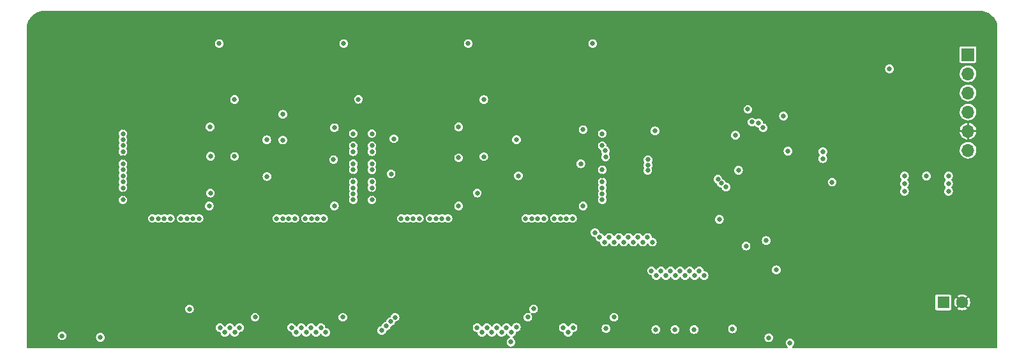
<source format=gbr>
%TF.GenerationSoftware,KiCad,Pcbnew,(6.0.6)*%
%TF.CreationDate,2022-07-10T09:52:36+02:00*%
%TF.ProjectId,GottaGoFaSDZ3,476f7474-6147-46f4-9661-53445a332e6b,rev?*%
%TF.SameCoordinates,Original*%
%TF.FileFunction,Copper,L2,Inr*%
%TF.FilePolarity,Positive*%
%FSLAX46Y46*%
G04 Gerber Fmt 4.6, Leading zero omitted, Abs format (unit mm)*
G04 Created by KiCad (PCBNEW (6.0.6)) date 2022-07-10 09:52:36*
%MOMM*%
%LPD*%
G01*
G04 APERTURE LIST*
%TA.AperFunction,ComponentPad*%
%ADD10R,1.700000X1.700000*%
%TD*%
%TA.AperFunction,ComponentPad*%
%ADD11O,1.700000X1.700000*%
%TD*%
%TA.AperFunction,ComponentPad*%
%ADD12R,1.600000X1.600000*%
%TD*%
%TA.AperFunction,ComponentPad*%
%ADD13C,1.600000*%
%TD*%
%TA.AperFunction,ViaPad*%
%ADD14C,0.635000*%
%TD*%
%TA.AperFunction,ViaPad*%
%ADD15C,0.800000*%
%TD*%
%TA.AperFunction,ViaPad*%
%ADD16C,0.762000*%
%TD*%
G04 APERTURE END LIST*
D10*
%TO.N,/TMS*%
%TO.C,J1*%
X213158741Y-72261674D03*
D11*
%TO.N,/TDI*%
X213158741Y-74801674D03*
%TO.N,/TDO*%
X213158741Y-77341674D03*
%TO.N,/TCK*%
X213158741Y-79881674D03*
%TO.N,GND*%
X213158741Y-82421674D03*
%TO.N,+3V3*%
X213158741Y-84961674D03*
%TD*%
D12*
%TO.N,+5V*%
%TO.C,C1*%
X209881927Y-105160276D03*
D13*
%TO.N,GND*%
X212381927Y-105160276D03*
%TD*%
D14*
%TO.N,+3V3*%
X210566000Y-88392000D03*
X166204586Y-107135880D03*
X109903420Y-106045236D03*
X153277062Y-83560488D03*
X182725220Y-87630236D03*
X112681664Y-90658899D03*
X189272003Y-85083819D03*
X129013864Y-86214483D03*
X112707064Y-85757283D03*
X182305985Y-82966128D03*
X118604986Y-107135880D03*
X164650069Y-90760490D03*
X195136712Y-89203077D03*
X131630064Y-90785899D03*
X186389239Y-96948879D03*
X210566000Y-89408000D03*
X112529264Y-92360496D03*
X112630864Y-81871998D03*
X130238186Y-107135880D03*
X210566000Y-90424000D03*
X202740412Y-74168229D03*
X145600064Y-81871998D03*
X180184654Y-94145837D03*
X136650298Y-88103761D03*
X145594832Y-85969399D03*
X162110069Y-82214490D03*
X204724000Y-90424000D03*
X153531062Y-88360479D03*
X162110064Y-92360496D03*
X165088069Y-85846490D03*
X113850069Y-70798490D03*
X101080062Y-88360479D03*
X207645000Y-88392000D03*
X183956981Y-79537116D03*
X101080062Y-83559879D03*
X148070062Y-90645996D03*
X183720207Y-97681390D03*
X137021069Y-83433490D03*
X204724000Y-88392000D03*
X204724000Y-89408000D03*
X129115464Y-92360496D03*
X130360069Y-70798490D03*
X154774586Y-107135880D03*
X145600064Y-92360496D03*
X129115464Y-81960491D03*
X163380064Y-70798487D03*
X120149264Y-83586091D03*
X120174664Y-88462891D03*
X146870064Y-70798487D03*
%TO.N,GND*%
X184046292Y-99785500D03*
X178114147Y-87259566D03*
X101105469Y-90760490D03*
D15*
X103161933Y-110562184D03*
D14*
X153327862Y-85833483D03*
X136665469Y-92361290D03*
X161628569Y-70798490D03*
X134049269Y-90761090D03*
X153353269Y-81845690D03*
X197787412Y-79273629D03*
X153194669Y-92360490D03*
X122414968Y-101141478D03*
X145555462Y-88043283D03*
X180538214Y-84733883D03*
X134100069Y-71558690D03*
X162033869Y-83804657D03*
X120206269Y-90761090D03*
X110984970Y-101141479D03*
X101105469Y-81960490D03*
D15*
X214921939Y-110189178D03*
D14*
X192071499Y-91317421D03*
X120231669Y-81972690D03*
X150586465Y-71560487D03*
X162364069Y-94138490D03*
X136894062Y-81744083D03*
X128608574Y-70798493D03*
X205610620Y-73177636D03*
X120206269Y-92361290D03*
X183036346Y-91294162D03*
X100978469Y-71560490D03*
D15*
X154723933Y-110512184D03*
X184441939Y-110189178D03*
D14*
X186713020Y-91618036D03*
X115100862Y-88195683D03*
D16*
X174583540Y-88910557D03*
D15*
X123481939Y-110562180D03*
D14*
X117539269Y-71560490D03*
X120333262Y-85808083D03*
X103620062Y-92360496D03*
D15*
X212381939Y-110189178D03*
D14*
X183569565Y-95907195D03*
D15*
X169201933Y-108377784D03*
D14*
X132893980Y-108208458D03*
X191818412Y-88011229D03*
X115094664Y-83357288D03*
X113875469Y-95092290D03*
D15*
X105701927Y-110562180D03*
D14*
X131630064Y-88360479D03*
X158355968Y-100950319D03*
X153200869Y-90760490D03*
X187153490Y-82934377D03*
X145118569Y-70798490D03*
X122567374Y-107135884D03*
X146927069Y-95090990D03*
D15*
X199681939Y-110189178D03*
X90461927Y-110562180D03*
D14*
X184960420Y-85598236D03*
X180400981Y-78902116D03*
D15*
X138721939Y-110562180D03*
D14*
X147414780Y-101395478D03*
X164650064Y-88362485D03*
X179024447Y-92731634D03*
X145403062Y-83420483D03*
X204787500Y-97980500D03*
X130391669Y-95167190D03*
X112098574Y-70798493D03*
X157481180Y-108233858D03*
X158046069Y-82214490D03*
X129090064Y-83801483D03*
X136665462Y-85985883D03*
X101105462Y-85960483D03*
%TO.N,/~{CFGOUT}*%
X193900299Y-86087063D03*
%TO.N,/A5*%
X189550770Y-110544298D03*
%TO.N,/A6*%
X186731370Y-109858498D03*
%TO.N,/A2*%
X181915980Y-108691058D03*
%TO.N,/FC0*%
X176821933Y-108773424D03*
%TO.N,/FC1*%
X174281933Y-108773424D03*
%TO.N,/FC2*%
X171741933Y-108773424D03*
%TO.N,/AD13*%
X160779786Y-108517484D03*
%TO.N,/AD14*%
X160129786Y-109152484D03*
%TO.N,/AD15*%
X159479786Y-108517484D03*
%TO.N,/AD16*%
X178156780Y-101604458D03*
X152599786Y-109152484D03*
%TO.N,/AD17*%
X177521780Y-100971768D03*
X151949786Y-108517484D03*
%TO.N,/~{DS0}*%
X187732580Y-100842458D03*
X152542287Y-110429684D03*
X155550780Y-106024058D03*
%TO.N,/AD18*%
X151299786Y-109152484D03*
X176886780Y-101604458D03*
%TO.N,/AD19*%
X150649786Y-108517484D03*
X176251780Y-100969458D03*
%TO.N,/AD20*%
X175616780Y-101604458D03*
X149999786Y-109152484D03*
%TO.N,/AD22*%
X174346780Y-101604458D03*
X148699786Y-109152484D03*
%TO.N,/AD21*%
X174981780Y-100969458D03*
X149349786Y-108517484D03*
%TO.N,/AD23*%
X173711780Y-100969458D03*
X148049786Y-108517484D03*
%TO.N,/AD31*%
X171298780Y-97159458D03*
X127980974Y-109152484D03*
%TO.N,/AD30*%
X127330974Y-108517484D03*
X170663780Y-96524458D03*
%TO.N,/~{DTACK}*%
X135408580Y-108893758D03*
X173076780Y-101604458D03*
%TO.N,/AD29*%
X126680974Y-109152484D03*
X170028780Y-97159458D03*
%TO.N,/READ*%
X135992780Y-108310058D03*
X172441780Y-100969458D03*
%TO.N,/AD28*%
X126030974Y-108517484D03*
X169393780Y-96524458D03*
%TO.N,/~{DS2}*%
X171806780Y-101604458D03*
X136567164Y-107726838D03*
%TO.N,/AD27*%
X125380974Y-109152484D03*
X168758780Y-97159458D03*
%TO.N,/~{DS3}*%
X137162972Y-107143138D03*
X171171780Y-100969458D03*
%TO.N,/SD0*%
X116550974Y-108517484D03*
%TO.N,/AD26*%
X124730974Y-108503606D03*
X168123780Y-96524458D03*
%TO.N,/SD1*%
X115900974Y-109152484D03*
%TO.N,/AD25*%
X124080974Y-109153606D03*
X167488780Y-97159458D03*
%TO.N,/SD2*%
X115250974Y-108517484D03*
%TO.N,/AD24*%
X166853780Y-96524458D03*
X123430974Y-108495697D03*
%TO.N,/SD3*%
X114600974Y-109152484D03*
%TO.N,/SD4*%
X113950974Y-108517484D03*
%TO.N,/SENSEZ3*%
X166218780Y-97159458D03*
%TO.N,/DOE*%
X165583780Y-96524458D03*
%TO.N,/~{IORST}*%
X164948780Y-97159458D03*
X98081933Y-109800184D03*
%TO.N,/~{FCS}*%
X164313780Y-96524458D03*
%TO.N,/~{DS1}*%
X93001933Y-109596984D03*
X163678780Y-95889458D03*
%TO.N,/MD0*%
X158306469Y-94018478D03*
X164650069Y-87560490D03*
%TO.N,/MD1*%
X159106469Y-94018478D03*
X164650069Y-89160490D03*
%TO.N,/MD2*%
X159906469Y-94018478D03*
X164650069Y-89960490D03*
%TO.N,/MD3*%
X160706469Y-94018478D03*
X164650069Y-91560490D03*
%TO.N,/MD4*%
X156896469Y-94018478D03*
X161811069Y-86760490D03*
%TO.N,/MD5*%
X165069882Y-85032685D03*
X156096469Y-94018478D03*
%TO.N,/MD6*%
X155296469Y-94018478D03*
X164650069Y-84360490D03*
%TO.N,/MD7*%
X154496469Y-94018478D03*
X164650069Y-82760490D03*
%TO.N,/~{CS0}*%
X115882069Y-78227890D03*
X115882069Y-85771690D03*
X181060540Y-89840036D03*
X170678980Y-87664105D03*
X148946392Y-85811757D03*
X148946392Y-78242557D03*
%TO.N,/~{BUFOE}*%
X153250733Y-108474384D03*
X165150633Y-108639484D03*
%TO.N,/MD8*%
X134100069Y-82760490D03*
X144196469Y-94018478D03*
%TO.N,/MD9*%
X143396469Y-94018478D03*
X134100069Y-84360490D03*
%TO.N,/MD10*%
X142596469Y-94018478D03*
X134100069Y-85160490D03*
%TO.N,/MD11*%
X134100069Y-86760490D03*
X141796469Y-94018478D03*
%TO.N,/MD12*%
X140386469Y-94018478D03*
X134100069Y-87560490D03*
%TO.N,/MD13*%
X134100069Y-89160490D03*
X139586469Y-94018478D03*
%TO.N,/MD14*%
X138786469Y-94018478D03*
X134100069Y-89960490D03*
%TO.N,/MD15*%
X134100069Y-91560490D03*
X137986469Y-94018478D03*
%TO.N,/MD16*%
X101080069Y-82760490D03*
X111176469Y-94018478D03*
%TO.N,/MD17*%
X101080068Y-84360498D03*
X110376469Y-94018478D03*
%TO.N,/MD18*%
X109576469Y-94018478D03*
X101080069Y-85160490D03*
%TO.N,/MD19*%
X101080068Y-86760498D03*
X108776469Y-94018478D03*
%TO.N,/MD20*%
X101080069Y-87560490D03*
X107366469Y-94018478D03*
%TO.N,/MD21*%
X101080068Y-89160498D03*
X106566469Y-94018478D03*
%TO.N,/MD22*%
X105766469Y-94018478D03*
X101080068Y-89960498D03*
%TO.N,/MD23*%
X101080068Y-91560498D03*
X104966469Y-94018478D03*
%TO.N,/DQM2*%
X122282869Y-83611490D03*
X122282869Y-80182490D03*
X170714192Y-86941560D03*
X180454009Y-89357936D03*
%TO.N,/DQM3*%
X179986189Y-88806162D03*
X170714192Y-86218157D03*
%TO.N,/MD24*%
X125286469Y-94018478D03*
X131630060Y-87560490D03*
%TO.N,/MD25*%
X131630060Y-89160490D03*
X126086469Y-94018478D03*
%TO.N,/MD26*%
X131630069Y-89960490D03*
X126886469Y-94018478D03*
%TO.N,/MD27*%
X131630068Y-91560498D03*
X127686469Y-94018478D03*
%TO.N,/MD28*%
X123876469Y-94018478D03*
X131630060Y-86760490D03*
%TO.N,/MD29*%
X131630060Y-85160490D03*
X123076469Y-94018478D03*
%TO.N,/MD30*%
X131630060Y-84360490D03*
X122276469Y-94018478D03*
%TO.N,/MD31*%
X131630060Y-82760490D03*
X121476469Y-94018478D03*
%TO.N,/~{CS1}*%
X171643259Y-82393490D03*
X132315869Y-78202490D03*
%TO.N,/TMS*%
X185984891Y-81981656D03*
%TO.N,/TDI*%
X188686398Y-80428163D03*
%TO.N,/TDO*%
X184512893Y-81227481D03*
%TO.N,/TCK*%
X185377338Y-81346656D03*
%TO.N,/~{SLAVE}*%
X193917069Y-85134690D03*
%TD*%
%TA.AperFunction,Conductor*%
%TO.N,GND*%
G36*
X152685434Y-66438667D02*
G01*
X214732079Y-66438670D01*
X214756659Y-66441091D01*
X214769530Y-66443651D01*
X214781702Y-66441230D01*
X214794110Y-66441230D01*
X214794110Y-66441550D01*
X214804984Y-66440810D01*
X214905439Y-66446888D01*
X215037408Y-66454872D01*
X215052512Y-66456706D01*
X215308992Y-66503710D01*
X215323751Y-66507348D01*
X215572713Y-66584930D01*
X215586924Y-66590320D01*
X215824699Y-66697335D01*
X215838172Y-66704406D01*
X216061313Y-66839301D01*
X216073835Y-66847944D01*
X216279092Y-67008753D01*
X216290481Y-67018843D01*
X216474856Y-67203219D01*
X216484945Y-67214607D01*
X216645755Y-67419865D01*
X216654398Y-67432387D01*
X216789291Y-67655524D01*
X216796362Y-67668996D01*
X216903380Y-67906777D01*
X216908775Y-67921002D01*
X216986350Y-68169941D01*
X216989989Y-68184704D01*
X217036994Y-68441189D01*
X217038828Y-68456292D01*
X217052890Y-68688701D01*
X217052148Y-68699587D01*
X217052468Y-68699587D01*
X217052468Y-68711998D01*
X217050047Y-68724169D01*
X217052468Y-68736339D01*
X217052612Y-68737063D01*
X217055033Y-68761646D01*
X217055033Y-111105782D01*
X217035031Y-111173903D01*
X216981375Y-111220396D01*
X216929033Y-111231782D01*
X189965619Y-111231782D01*
X189897498Y-111211780D01*
X189851005Y-111158124D01*
X189840901Y-111087850D01*
X189870395Y-111023270D01*
X189888907Y-111005826D01*
X189958725Y-110952253D01*
X190050411Y-110832766D01*
X190108047Y-110693620D01*
X190127706Y-110544298D01*
X190108047Y-110394976D01*
X190050411Y-110255830D01*
X189958725Y-110136343D01*
X189839238Y-110044657D01*
X189700092Y-109987021D01*
X189550770Y-109967362D01*
X189401448Y-109987021D01*
X189262302Y-110044657D01*
X189142815Y-110136343D01*
X189051129Y-110255830D01*
X188993493Y-110394976D01*
X188973834Y-110544298D01*
X188993493Y-110693620D01*
X189051129Y-110832766D01*
X189142815Y-110952253D01*
X189212627Y-111005822D01*
X189254492Y-111063157D01*
X189258714Y-111134028D01*
X189223950Y-111195931D01*
X189161237Y-111229212D01*
X189135921Y-111231782D01*
X152730825Y-111231782D01*
X152662704Y-111211780D01*
X152616211Y-111158124D01*
X152606107Y-111087850D01*
X152635601Y-111023270D01*
X152692020Y-110987953D01*
X152691609Y-110986961D01*
X152697508Y-110984518D01*
X152697510Y-110984517D01*
X152699236Y-110983802D01*
X152699239Y-110983801D01*
X152775402Y-110952253D01*
X152830755Y-110929325D01*
X152950242Y-110837639D01*
X153041928Y-110718152D01*
X153099564Y-110579006D01*
X153119223Y-110429684D01*
X153099564Y-110280362D01*
X153041928Y-110141216D01*
X152950242Y-110021729D01*
X152830755Y-109930043D01*
X152817780Y-109924669D01*
X152805062Y-109919400D01*
X152749782Y-109874851D01*
X152744339Y-109858498D01*
X186154434Y-109858498D01*
X186174093Y-110007820D01*
X186231729Y-110146966D01*
X186323415Y-110266453D01*
X186442902Y-110358139D01*
X186582048Y-110415775D01*
X186731370Y-110435434D01*
X186880692Y-110415775D01*
X187019838Y-110358139D01*
X187139325Y-110266453D01*
X187231011Y-110146966D01*
X187288647Y-110007820D01*
X187308306Y-109858498D01*
X187288647Y-109709176D01*
X187231011Y-109570030D01*
X187139325Y-109450543D01*
X187019838Y-109358857D01*
X186880692Y-109301221D01*
X186731370Y-109281562D01*
X186582048Y-109301221D01*
X186442902Y-109358857D01*
X186323415Y-109450543D01*
X186231729Y-109570030D01*
X186174093Y-109709176D01*
X186154434Y-109858498D01*
X152744339Y-109858498D01*
X152727362Y-109807487D01*
X152744921Y-109738696D01*
X152796884Y-109690319D01*
X152805056Y-109686587D01*
X152888254Y-109652125D01*
X153007741Y-109560439D01*
X153099427Y-109440952D01*
X153157063Y-109301806D01*
X153176350Y-109155307D01*
X153205072Y-109090381D01*
X153264338Y-109051289D01*
X153284825Y-109046832D01*
X153375521Y-109034891D01*
X153400055Y-109031661D01*
X153539201Y-108974025D01*
X153658688Y-108882339D01*
X153750374Y-108762852D01*
X153808010Y-108623706D01*
X153821995Y-108517484D01*
X158902850Y-108517484D01*
X158922509Y-108666806D01*
X158980145Y-108805952D01*
X159071831Y-108925439D01*
X159191318Y-109017125D01*
X159330464Y-109074761D01*
X159394438Y-109083183D01*
X159450504Y-109090565D01*
X159515431Y-109119288D01*
X159554522Y-109178553D01*
X159558979Y-109199040D01*
X159561267Y-109216420D01*
X159572509Y-109301806D01*
X159630145Y-109440952D01*
X159721831Y-109560439D01*
X159841318Y-109652125D01*
X159980464Y-109709761D01*
X160129786Y-109729420D01*
X160279108Y-109709761D01*
X160418254Y-109652125D01*
X160537741Y-109560439D01*
X160629427Y-109440952D01*
X160687063Y-109301806D01*
X160698305Y-109216420D01*
X160700593Y-109199040D01*
X160729316Y-109134113D01*
X160788581Y-109095022D01*
X160809068Y-109090565D01*
X160865134Y-109083183D01*
X160929108Y-109074761D01*
X161068254Y-109017125D01*
X161187741Y-108925439D01*
X161279427Y-108805952D01*
X161337063Y-108666806D01*
X161340660Y-108639484D01*
X164573697Y-108639484D01*
X164593356Y-108788806D01*
X164650992Y-108927952D01*
X164742678Y-109047439D01*
X164862165Y-109139125D01*
X165001311Y-109196761D01*
X165150633Y-109216420D01*
X165299955Y-109196761D01*
X165439101Y-109139125D01*
X165558588Y-109047439D01*
X165650274Y-108927952D01*
X165707910Y-108788806D01*
X165709935Y-108773424D01*
X171164997Y-108773424D01*
X171184656Y-108922746D01*
X171242292Y-109061892D01*
X171333978Y-109181379D01*
X171453465Y-109273065D01*
X171592611Y-109330701D01*
X171741933Y-109350360D01*
X171891255Y-109330701D01*
X172030401Y-109273065D01*
X172149888Y-109181379D01*
X172241574Y-109061892D01*
X172299210Y-108922746D01*
X172318869Y-108773424D01*
X173704997Y-108773424D01*
X173724656Y-108922746D01*
X173782292Y-109061892D01*
X173873978Y-109181379D01*
X173993465Y-109273065D01*
X174132611Y-109330701D01*
X174281933Y-109350360D01*
X174431255Y-109330701D01*
X174570401Y-109273065D01*
X174689888Y-109181379D01*
X174781574Y-109061892D01*
X174839210Y-108922746D01*
X174858869Y-108773424D01*
X176244997Y-108773424D01*
X176264656Y-108922746D01*
X176322292Y-109061892D01*
X176413978Y-109181379D01*
X176533465Y-109273065D01*
X176672611Y-109330701D01*
X176821933Y-109350360D01*
X176971255Y-109330701D01*
X177110401Y-109273065D01*
X177229888Y-109181379D01*
X177321574Y-109061892D01*
X177379210Y-108922746D01*
X177398869Y-108773424D01*
X177388025Y-108691058D01*
X181339044Y-108691058D01*
X181358703Y-108840380D01*
X181416339Y-108979526D01*
X181508025Y-109099013D01*
X181627512Y-109190699D01*
X181766658Y-109248335D01*
X181915980Y-109267994D01*
X182065302Y-109248335D01*
X182204448Y-109190699D01*
X182323935Y-109099013D01*
X182415621Y-108979526D01*
X182473257Y-108840380D01*
X182492916Y-108691058D01*
X182473257Y-108541736D01*
X182415621Y-108402590D01*
X182323935Y-108283103D01*
X182204448Y-108191417D01*
X182065302Y-108133781D01*
X181915980Y-108114122D01*
X181766658Y-108133781D01*
X181627512Y-108191417D01*
X181508025Y-108283103D01*
X181416339Y-108402590D01*
X181358703Y-108541736D01*
X181339044Y-108691058D01*
X177388025Y-108691058D01*
X177379210Y-108624102D01*
X177321574Y-108484956D01*
X177229888Y-108365469D01*
X177110401Y-108273783D01*
X176971255Y-108216147D01*
X176821933Y-108196488D01*
X176672611Y-108216147D01*
X176533465Y-108273783D01*
X176413978Y-108365469D01*
X176322292Y-108484956D01*
X176264656Y-108624102D01*
X176244997Y-108773424D01*
X174858869Y-108773424D01*
X174839210Y-108624102D01*
X174781574Y-108484956D01*
X174689888Y-108365469D01*
X174570401Y-108273783D01*
X174431255Y-108216147D01*
X174281933Y-108196488D01*
X174132611Y-108216147D01*
X173993465Y-108273783D01*
X173873978Y-108365469D01*
X173782292Y-108484956D01*
X173724656Y-108624102D01*
X173704997Y-108773424D01*
X172318869Y-108773424D01*
X172299210Y-108624102D01*
X172241574Y-108484956D01*
X172149888Y-108365469D01*
X172030401Y-108273783D01*
X171891255Y-108216147D01*
X171741933Y-108196488D01*
X171592611Y-108216147D01*
X171453465Y-108273783D01*
X171333978Y-108365469D01*
X171242292Y-108484956D01*
X171184656Y-108624102D01*
X171164997Y-108773424D01*
X165709935Y-108773424D01*
X165727569Y-108639484D01*
X165707910Y-108490162D01*
X165650274Y-108351016D01*
X165558588Y-108231529D01*
X165439101Y-108139843D01*
X165299955Y-108082207D01*
X165150633Y-108062548D01*
X165001311Y-108082207D01*
X164862165Y-108139843D01*
X164742678Y-108231529D01*
X164650992Y-108351016D01*
X164593356Y-108490162D01*
X164573697Y-108639484D01*
X161340660Y-108639484D01*
X161356722Y-108517484D01*
X161337063Y-108368162D01*
X161279427Y-108229016D01*
X161187741Y-108109529D01*
X161068254Y-108017843D01*
X160929108Y-107960207D01*
X160779786Y-107940548D01*
X160630464Y-107960207D01*
X160491318Y-108017843D01*
X160371831Y-108109529D01*
X160280145Y-108229016D01*
X160249272Y-108303551D01*
X160246195Y-108310979D01*
X160201647Y-108366260D01*
X160134283Y-108388681D01*
X160065492Y-108371123D01*
X160017114Y-108319161D01*
X160013377Y-108310979D01*
X160010300Y-108303551D01*
X159979427Y-108229016D01*
X159887741Y-108109529D01*
X159768254Y-108017843D01*
X159629108Y-107960207D01*
X159479786Y-107940548D01*
X159330464Y-107960207D01*
X159191318Y-108017843D01*
X159071831Y-108109529D01*
X158980145Y-108229016D01*
X158922509Y-108368162D01*
X158902850Y-108517484D01*
X153821995Y-108517484D01*
X153827669Y-108474384D01*
X153808010Y-108325062D01*
X153750374Y-108185916D01*
X153658688Y-108066429D01*
X153539201Y-107974743D01*
X153400055Y-107917107D01*
X153250733Y-107897448D01*
X153101411Y-107917107D01*
X152962265Y-107974743D01*
X152842778Y-108066429D01*
X152751092Y-108185916D01*
X152719671Y-108261773D01*
X152707742Y-108290572D01*
X152663194Y-108345853D01*
X152595830Y-108368274D01*
X152527039Y-108350716D01*
X152478661Y-108298754D01*
X152474924Y-108290572D01*
X152449427Y-108229016D01*
X152357741Y-108109529D01*
X152238254Y-108017843D01*
X152099108Y-107960207D01*
X151949786Y-107940548D01*
X151800464Y-107960207D01*
X151661318Y-108017843D01*
X151541831Y-108109529D01*
X151450145Y-108229016D01*
X151419272Y-108303551D01*
X151416195Y-108310979D01*
X151371647Y-108366260D01*
X151304283Y-108388681D01*
X151235492Y-108371123D01*
X151187114Y-108319161D01*
X151183377Y-108310979D01*
X151180300Y-108303551D01*
X151149427Y-108229016D01*
X151057741Y-108109529D01*
X150938254Y-108017843D01*
X150799108Y-107960207D01*
X150649786Y-107940548D01*
X150500464Y-107960207D01*
X150361318Y-108017843D01*
X150241831Y-108109529D01*
X150150145Y-108229016D01*
X150119272Y-108303551D01*
X150116195Y-108310979D01*
X150071647Y-108366260D01*
X150004283Y-108388681D01*
X149935492Y-108371123D01*
X149887114Y-108319161D01*
X149883377Y-108310979D01*
X149880300Y-108303551D01*
X149849427Y-108229016D01*
X149757741Y-108109529D01*
X149638254Y-108017843D01*
X149499108Y-107960207D01*
X149349786Y-107940548D01*
X149200464Y-107960207D01*
X149061318Y-108017843D01*
X148941831Y-108109529D01*
X148850145Y-108229016D01*
X148819272Y-108303551D01*
X148816195Y-108310979D01*
X148771647Y-108366260D01*
X148704283Y-108388681D01*
X148635492Y-108371123D01*
X148587114Y-108319161D01*
X148583377Y-108310979D01*
X148580300Y-108303551D01*
X148549427Y-108229016D01*
X148457741Y-108109529D01*
X148338254Y-108017843D01*
X148199108Y-107960207D01*
X148049786Y-107940548D01*
X147900464Y-107960207D01*
X147761318Y-108017843D01*
X147641831Y-108109529D01*
X147550145Y-108229016D01*
X147492509Y-108368162D01*
X147472850Y-108517484D01*
X147492509Y-108666806D01*
X147550145Y-108805952D01*
X147641831Y-108925439D01*
X147761318Y-109017125D01*
X147900464Y-109074761D01*
X147964438Y-109083183D01*
X148020504Y-109090565D01*
X148085431Y-109119288D01*
X148124522Y-109178553D01*
X148128979Y-109199040D01*
X148131267Y-109216420D01*
X148142509Y-109301806D01*
X148200145Y-109440952D01*
X148291831Y-109560439D01*
X148411318Y-109652125D01*
X148550464Y-109709761D01*
X148699786Y-109729420D01*
X148849108Y-109709761D01*
X148988254Y-109652125D01*
X149107741Y-109560439D01*
X149199427Y-109440952D01*
X149233377Y-109358989D01*
X149277925Y-109303708D01*
X149345289Y-109281287D01*
X149414080Y-109298845D01*
X149462458Y-109350807D01*
X149466194Y-109358987D01*
X149500145Y-109440952D01*
X149591831Y-109560439D01*
X149711318Y-109652125D01*
X149850464Y-109709761D01*
X149999786Y-109729420D01*
X150149108Y-109709761D01*
X150288254Y-109652125D01*
X150407741Y-109560439D01*
X150499427Y-109440952D01*
X150533377Y-109358989D01*
X150577925Y-109303708D01*
X150645289Y-109281287D01*
X150714080Y-109298845D01*
X150762458Y-109350807D01*
X150766194Y-109358987D01*
X150800145Y-109440952D01*
X150891831Y-109560439D01*
X151011318Y-109652125D01*
X151150464Y-109709761D01*
X151299786Y-109729420D01*
X151449108Y-109709761D01*
X151588254Y-109652125D01*
X151707741Y-109560439D01*
X151799427Y-109440952D01*
X151833377Y-109358989D01*
X151877925Y-109303708D01*
X151945289Y-109281287D01*
X152014080Y-109298845D01*
X152062458Y-109350807D01*
X152066194Y-109358987D01*
X152100145Y-109440952D01*
X152191831Y-109560439D01*
X152311318Y-109652125D01*
X152321656Y-109656407D01*
X152337011Y-109662768D01*
X152392291Y-109707317D01*
X152414711Y-109774681D01*
X152397152Y-109843472D01*
X152345189Y-109891849D01*
X152337017Y-109895581D01*
X152253819Y-109930043D01*
X152134332Y-110021729D01*
X152042646Y-110141216D01*
X151985010Y-110280362D01*
X151965351Y-110429684D01*
X151985010Y-110579006D01*
X152042646Y-110718152D01*
X152134332Y-110837639D01*
X152253819Y-110929325D01*
X152309172Y-110952253D01*
X152385335Y-110983801D01*
X152385338Y-110983802D01*
X152392965Y-110986961D01*
X152392588Y-110987872D01*
X152446982Y-111021026D01*
X152478004Y-111084886D01*
X152469576Y-111155381D01*
X152424374Y-111210128D01*
X152353749Y-111231782D01*
X88454828Y-111231782D01*
X88386707Y-111211780D01*
X88340214Y-111158124D01*
X88328828Y-111105782D01*
X88328828Y-109596984D01*
X92424997Y-109596984D01*
X92444656Y-109746306D01*
X92502292Y-109885452D01*
X92593978Y-110004939D01*
X92713465Y-110096625D01*
X92852611Y-110154261D01*
X93001933Y-110173920D01*
X93151255Y-110154261D01*
X93290401Y-110096625D01*
X93409888Y-110004939D01*
X93501574Y-109885452D01*
X93536893Y-109800184D01*
X97504997Y-109800184D01*
X97524656Y-109949506D01*
X97582292Y-110088652D01*
X97673978Y-110208139D01*
X97793465Y-110299825D01*
X97932611Y-110357461D01*
X98081933Y-110377120D01*
X98231255Y-110357461D01*
X98370401Y-110299825D01*
X98489888Y-110208139D01*
X98581574Y-110088652D01*
X98639210Y-109949506D01*
X98658869Y-109800184D01*
X98639210Y-109650862D01*
X98581574Y-109511716D01*
X98489888Y-109392229D01*
X98370401Y-109300543D01*
X98231255Y-109242907D01*
X98081933Y-109223248D01*
X97932611Y-109242907D01*
X97793465Y-109300543D01*
X97673978Y-109392229D01*
X97582292Y-109511716D01*
X97524656Y-109650862D01*
X97504997Y-109800184D01*
X93536893Y-109800184D01*
X93559210Y-109746306D01*
X93578869Y-109596984D01*
X93559210Y-109447662D01*
X93501574Y-109308516D01*
X93409888Y-109189029D01*
X93290401Y-109097343D01*
X93151255Y-109039707D01*
X93001933Y-109020048D01*
X92852611Y-109039707D01*
X92713465Y-109097343D01*
X92593978Y-109189029D01*
X92502292Y-109308516D01*
X92444656Y-109447662D01*
X92424997Y-109596984D01*
X88328828Y-109596984D01*
X88328828Y-108517484D01*
X113374038Y-108517484D01*
X113393697Y-108666806D01*
X113451333Y-108805952D01*
X113543019Y-108925439D01*
X113662506Y-109017125D01*
X113801652Y-109074761D01*
X113865626Y-109083183D01*
X113921692Y-109090565D01*
X113986619Y-109119288D01*
X114025710Y-109178553D01*
X114030167Y-109199040D01*
X114032455Y-109216420D01*
X114043697Y-109301806D01*
X114101333Y-109440952D01*
X114193019Y-109560439D01*
X114312506Y-109652125D01*
X114451652Y-109709761D01*
X114600974Y-109729420D01*
X114750296Y-109709761D01*
X114889442Y-109652125D01*
X115008929Y-109560439D01*
X115100615Y-109440952D01*
X115134565Y-109358989D01*
X115179113Y-109303708D01*
X115246477Y-109281287D01*
X115315268Y-109298845D01*
X115363646Y-109350807D01*
X115367382Y-109358987D01*
X115401333Y-109440952D01*
X115493019Y-109560439D01*
X115612506Y-109652125D01*
X115751652Y-109709761D01*
X115900974Y-109729420D01*
X116050296Y-109709761D01*
X116189442Y-109652125D01*
X116308929Y-109560439D01*
X116400615Y-109440952D01*
X116458251Y-109301806D01*
X116469493Y-109216420D01*
X116471781Y-109199040D01*
X116500504Y-109134113D01*
X116559769Y-109095022D01*
X116580256Y-109090565D01*
X116636322Y-109083183D01*
X116700296Y-109074761D01*
X116839442Y-109017125D01*
X116958929Y-108925439D01*
X117050615Y-108805952D01*
X117108251Y-108666806D01*
X117127910Y-108517484D01*
X117125042Y-108495697D01*
X122854038Y-108495697D01*
X122873697Y-108645019D01*
X122931333Y-108784165D01*
X123023019Y-108903652D01*
X123142506Y-108995338D01*
X123281652Y-109052974D01*
X123335063Y-109060006D01*
X123398623Y-109068374D01*
X123463550Y-109097097D01*
X123502641Y-109156362D01*
X123507098Y-109176849D01*
X123509564Y-109195579D01*
X123523697Y-109302928D01*
X123581333Y-109442074D01*
X123673019Y-109561561D01*
X123792506Y-109653247D01*
X123931652Y-109710883D01*
X124080974Y-109730542D01*
X124230296Y-109710883D01*
X124369442Y-109653247D01*
X124488929Y-109561561D01*
X124580615Y-109442074D01*
X124583774Y-109434446D01*
X124583777Y-109434442D01*
X124614797Y-109359551D01*
X124659345Y-109304269D01*
X124726708Y-109281848D01*
X124795499Y-109299406D01*
X124843878Y-109351368D01*
X124847615Y-109359550D01*
X124849411Y-109363886D01*
X124881333Y-109440952D01*
X124973019Y-109560439D01*
X125092506Y-109652125D01*
X125231652Y-109709761D01*
X125380974Y-109729420D01*
X125530296Y-109709761D01*
X125669442Y-109652125D01*
X125788929Y-109560439D01*
X125880615Y-109440952D01*
X125914565Y-109358989D01*
X125959113Y-109303708D01*
X126026477Y-109281287D01*
X126095268Y-109298845D01*
X126143646Y-109350807D01*
X126147382Y-109358987D01*
X126181333Y-109440952D01*
X126273019Y-109560439D01*
X126392506Y-109652125D01*
X126531652Y-109709761D01*
X126680974Y-109729420D01*
X126830296Y-109709761D01*
X126969442Y-109652125D01*
X127088929Y-109560439D01*
X127180615Y-109440952D01*
X127214565Y-109358989D01*
X127259113Y-109303708D01*
X127326477Y-109281287D01*
X127395268Y-109298845D01*
X127443646Y-109350807D01*
X127447382Y-109358987D01*
X127481333Y-109440952D01*
X127573019Y-109560439D01*
X127692506Y-109652125D01*
X127831652Y-109709761D01*
X127980974Y-109729420D01*
X128130296Y-109709761D01*
X128269442Y-109652125D01*
X128388929Y-109560439D01*
X128480615Y-109440952D01*
X128538251Y-109301806D01*
X128557910Y-109152484D01*
X128538251Y-109003162D01*
X128492935Y-108893758D01*
X134831644Y-108893758D01*
X134851303Y-109043080D01*
X134908939Y-109182226D01*
X135000625Y-109301713D01*
X135120112Y-109393399D01*
X135259258Y-109451035D01*
X135408580Y-109470694D01*
X135557902Y-109451035D01*
X135697048Y-109393399D01*
X135816535Y-109301713D01*
X135908221Y-109182226D01*
X135965857Y-109043080D01*
X135973674Y-108983704D01*
X136002396Y-108918777D01*
X136061661Y-108879685D01*
X136082150Y-108875228D01*
X136084949Y-108874859D01*
X136142102Y-108867335D01*
X136281248Y-108809699D01*
X136400735Y-108718013D01*
X136492421Y-108598526D01*
X136550057Y-108459380D01*
X136557983Y-108399177D01*
X136586705Y-108334250D01*
X136645971Y-108295158D01*
X136666455Y-108290702D01*
X136716486Y-108284115D01*
X136855632Y-108226479D01*
X136975119Y-108134793D01*
X137066805Y-108015306D01*
X137124441Y-107876160D01*
X137132054Y-107818337D01*
X137160777Y-107753411D01*
X137220043Y-107714319D01*
X137240529Y-107709863D01*
X137312294Y-107700415D01*
X137451440Y-107642779D01*
X137570927Y-107551093D01*
X137662613Y-107431606D01*
X137720249Y-107292460D01*
X137739908Y-107143138D01*
X137738952Y-107135880D01*
X154197650Y-107135880D01*
X154217309Y-107285202D01*
X154274945Y-107424348D01*
X154366631Y-107543835D01*
X154486118Y-107635521D01*
X154625264Y-107693157D01*
X154774586Y-107712816D01*
X154923908Y-107693157D01*
X155063054Y-107635521D01*
X155182541Y-107543835D01*
X155274227Y-107424348D01*
X155331863Y-107285202D01*
X155351522Y-107135880D01*
X165627650Y-107135880D01*
X165647309Y-107285202D01*
X165704945Y-107424348D01*
X165796631Y-107543835D01*
X165916118Y-107635521D01*
X166055264Y-107693157D01*
X166204586Y-107712816D01*
X166353908Y-107693157D01*
X166493054Y-107635521D01*
X166612541Y-107543835D01*
X166704227Y-107424348D01*
X166761863Y-107285202D01*
X166781522Y-107135880D01*
X166761863Y-106986558D01*
X166704227Y-106847412D01*
X166612541Y-106727925D01*
X166493054Y-106636239D01*
X166353908Y-106578603D01*
X166204586Y-106558944D01*
X166055264Y-106578603D01*
X165916118Y-106636239D01*
X165796631Y-106727925D01*
X165704945Y-106847412D01*
X165647309Y-106986558D01*
X165627650Y-107135880D01*
X155351522Y-107135880D01*
X155331863Y-106986558D01*
X155274227Y-106847412D01*
X155201914Y-106753172D01*
X155176313Y-106686952D01*
X155190578Y-106617403D01*
X155240179Y-106566607D01*
X155309368Y-106550691D01*
X155350091Y-106560058D01*
X155401458Y-106581335D01*
X155550780Y-106600994D01*
X155700102Y-106581335D01*
X155839248Y-106523699D01*
X155958735Y-106432013D01*
X156050421Y-106312526D01*
X156108057Y-106173380D01*
X156127716Y-106024058D01*
X156108057Y-105874736D01*
X156050421Y-105735590D01*
X155958735Y-105616103D01*
X155839248Y-105524417D01*
X155700102Y-105466781D01*
X155550780Y-105447122D01*
X155401458Y-105466781D01*
X155262312Y-105524417D01*
X155142825Y-105616103D01*
X155051139Y-105735590D01*
X154993503Y-105874736D01*
X154973844Y-106024058D01*
X154993503Y-106173380D01*
X155051139Y-106312526D01*
X155061535Y-106326074D01*
X155123452Y-106406766D01*
X155149053Y-106472986D01*
X155134788Y-106542535D01*
X155085187Y-106593331D01*
X155015998Y-106609247D01*
X154975275Y-106599880D01*
X154923908Y-106578603D01*
X154774586Y-106558944D01*
X154625264Y-106578603D01*
X154486118Y-106636239D01*
X154366631Y-106727925D01*
X154274945Y-106847412D01*
X154217309Y-106986558D01*
X154197650Y-107135880D01*
X137738952Y-107135880D01*
X137720249Y-106993816D01*
X137662613Y-106854670D01*
X137570927Y-106735183D01*
X137451440Y-106643497D01*
X137312294Y-106585861D01*
X137162972Y-106566202D01*
X137013650Y-106585861D01*
X136874504Y-106643497D01*
X136755017Y-106735183D01*
X136663331Y-106854670D01*
X136605695Y-106993816D01*
X136604617Y-107002005D01*
X136598082Y-107051639D01*
X136569359Y-107116565D01*
X136510093Y-107155657D01*
X136489607Y-107160113D01*
X136417842Y-107169561D01*
X136278696Y-107227197D01*
X136159209Y-107318883D01*
X136067523Y-107438370D01*
X136009887Y-107577516D01*
X136002250Y-107635521D01*
X136001961Y-107637719D01*
X135973239Y-107702646D01*
X135913973Y-107741738D01*
X135893489Y-107746194D01*
X135843458Y-107752781D01*
X135704312Y-107810417D01*
X135584825Y-107902103D01*
X135493139Y-108021590D01*
X135435503Y-108160736D01*
X135428350Y-108215069D01*
X135427686Y-108220112D01*
X135398964Y-108285039D01*
X135339699Y-108324131D01*
X135319210Y-108328588D01*
X135259258Y-108336481D01*
X135120112Y-108394117D01*
X135000625Y-108485803D01*
X134908939Y-108605290D01*
X134851303Y-108744436D01*
X134831644Y-108893758D01*
X128492935Y-108893758D01*
X128480615Y-108864016D01*
X128388929Y-108744529D01*
X128269442Y-108652843D01*
X128130296Y-108595207D01*
X128063105Y-108586361D01*
X128010256Y-108579403D01*
X127945329Y-108550680D01*
X127906238Y-108491415D01*
X127901781Y-108470928D01*
X127889329Y-108376351D01*
X127888251Y-108368162D01*
X127830615Y-108229016D01*
X127738929Y-108109529D01*
X127619442Y-108017843D01*
X127480296Y-107960207D01*
X127330974Y-107940548D01*
X127181652Y-107960207D01*
X127042506Y-108017843D01*
X126923019Y-108109529D01*
X126831333Y-108229016D01*
X126800460Y-108303551D01*
X126797383Y-108310979D01*
X126752835Y-108366260D01*
X126685471Y-108388681D01*
X126616680Y-108371123D01*
X126568302Y-108319161D01*
X126564565Y-108310979D01*
X126561488Y-108303551D01*
X126530615Y-108229016D01*
X126438929Y-108109529D01*
X126319442Y-108017843D01*
X126180296Y-107960207D01*
X126030974Y-107940548D01*
X125881652Y-107960207D01*
X125742506Y-108017843D01*
X125623019Y-108109529D01*
X125531333Y-108229016D01*
X125508510Y-108284115D01*
X125500257Y-108304040D01*
X125455709Y-108359321D01*
X125388345Y-108381742D01*
X125319554Y-108364184D01*
X125271176Y-108312222D01*
X125267439Y-108304040D01*
X125230615Y-108215138D01*
X125138929Y-108095651D01*
X125019442Y-108003965D01*
X124880296Y-107946329D01*
X124730974Y-107926670D01*
X124581652Y-107946329D01*
X124442506Y-108003965D01*
X124323019Y-108095651D01*
X124231333Y-108215138D01*
X124225585Y-108229016D01*
X124199021Y-108293146D01*
X124154473Y-108348427D01*
X124087109Y-108370848D01*
X124018318Y-108353290D01*
X123969940Y-108301328D01*
X123966203Y-108293146D01*
X123940680Y-108231529D01*
X123930615Y-108207229D01*
X123838929Y-108087742D01*
X123719442Y-107996056D01*
X123580296Y-107938420D01*
X123430974Y-107918761D01*
X123281652Y-107938420D01*
X123142506Y-107996056D01*
X123023019Y-108087742D01*
X122931333Y-108207229D01*
X122873697Y-108346375D01*
X122854038Y-108495697D01*
X117125042Y-108495697D01*
X117108251Y-108368162D01*
X117050615Y-108229016D01*
X116958929Y-108109529D01*
X116839442Y-108017843D01*
X116700296Y-107960207D01*
X116550974Y-107940548D01*
X116401652Y-107960207D01*
X116262506Y-108017843D01*
X116143019Y-108109529D01*
X116051333Y-108229016D01*
X116020460Y-108303551D01*
X116017383Y-108310979D01*
X115972835Y-108366260D01*
X115905471Y-108388681D01*
X115836680Y-108371123D01*
X115788302Y-108319161D01*
X115784565Y-108310979D01*
X115781488Y-108303551D01*
X115750615Y-108229016D01*
X115658929Y-108109529D01*
X115539442Y-108017843D01*
X115400296Y-107960207D01*
X115250974Y-107940548D01*
X115101652Y-107960207D01*
X114962506Y-108017843D01*
X114843019Y-108109529D01*
X114751333Y-108229016D01*
X114720460Y-108303551D01*
X114717383Y-108310979D01*
X114672835Y-108366260D01*
X114605471Y-108388681D01*
X114536680Y-108371123D01*
X114488302Y-108319161D01*
X114484565Y-108310979D01*
X114481488Y-108303551D01*
X114450615Y-108229016D01*
X114358929Y-108109529D01*
X114239442Y-108017843D01*
X114100296Y-107960207D01*
X113950974Y-107940548D01*
X113801652Y-107960207D01*
X113662506Y-108017843D01*
X113543019Y-108109529D01*
X113451333Y-108229016D01*
X113393697Y-108368162D01*
X113374038Y-108517484D01*
X88328828Y-108517484D01*
X88328829Y-107135880D01*
X118028050Y-107135880D01*
X118047709Y-107285202D01*
X118105345Y-107424348D01*
X118197031Y-107543835D01*
X118316518Y-107635521D01*
X118455664Y-107693157D01*
X118604986Y-107712816D01*
X118754308Y-107693157D01*
X118893454Y-107635521D01*
X119012941Y-107543835D01*
X119104627Y-107424348D01*
X119162263Y-107285202D01*
X119181922Y-107135880D01*
X129661250Y-107135880D01*
X129680909Y-107285202D01*
X129738545Y-107424348D01*
X129830231Y-107543835D01*
X129949718Y-107635521D01*
X130088864Y-107693157D01*
X130238186Y-107712816D01*
X130387508Y-107693157D01*
X130526654Y-107635521D01*
X130646141Y-107543835D01*
X130737827Y-107424348D01*
X130795463Y-107285202D01*
X130815122Y-107135880D01*
X130795463Y-106986558D01*
X130737827Y-106847412D01*
X130646141Y-106727925D01*
X130526654Y-106636239D01*
X130387508Y-106578603D01*
X130238186Y-106558944D01*
X130088864Y-106578603D01*
X129949718Y-106636239D01*
X129830231Y-106727925D01*
X129738545Y-106847412D01*
X129680909Y-106986558D01*
X129661250Y-107135880D01*
X119181922Y-107135880D01*
X119162263Y-106986558D01*
X119104627Y-106847412D01*
X119012941Y-106727925D01*
X118893454Y-106636239D01*
X118754308Y-106578603D01*
X118604986Y-106558944D01*
X118455664Y-106578603D01*
X118316518Y-106636239D01*
X118197031Y-106727925D01*
X118105345Y-106847412D01*
X118047709Y-106986558D01*
X118028050Y-107135880D01*
X88328829Y-107135880D01*
X88328829Y-106978927D01*
X88328829Y-106045236D01*
X109326484Y-106045236D01*
X109346143Y-106194558D01*
X109403779Y-106333704D01*
X109495465Y-106453191D01*
X109614952Y-106544877D01*
X109754098Y-106602513D01*
X109903420Y-106622172D01*
X110052742Y-106602513D01*
X110191888Y-106544877D01*
X110311375Y-106453191D01*
X110403061Y-106333704D01*
X110460697Y-106194558D01*
X110480356Y-106045236D01*
X110460697Y-105895914D01*
X110403061Y-105756768D01*
X110311375Y-105637281D01*
X110191888Y-105545595D01*
X110052742Y-105487959D01*
X109903420Y-105468300D01*
X109754098Y-105487959D01*
X109614952Y-105545595D01*
X109495465Y-105637281D01*
X109403779Y-105756768D01*
X109346143Y-105895914D01*
X109326484Y-106045236D01*
X88328829Y-106045236D01*
X88328829Y-104335209D01*
X208827427Y-104335209D01*
X208827428Y-105985342D01*
X208830568Y-106001127D01*
X208839341Y-106045236D01*
X208842193Y-106059577D01*
X208898443Y-106143760D01*
X208982626Y-106200010D01*
X209056860Y-106214776D01*
X209881793Y-106214776D01*
X210706993Y-106214775D01*
X210742745Y-106207664D01*
X210769053Y-106202432D01*
X210769055Y-106202431D01*
X210781228Y-106200010D01*
X210791548Y-106193115D01*
X210791549Y-106193114D01*
X210855095Y-106150653D01*
X210865411Y-106143760D01*
X210921661Y-106059577D01*
X210935246Y-105991279D01*
X211736660Y-105991279D01*
X211743492Y-106001025D01*
X211772787Y-106025957D01*
X211782867Y-106032963D01*
X211952539Y-106127790D01*
X211963778Y-106132700D01*
X212148642Y-106192766D01*
X212160616Y-106195399D01*
X212353635Y-106218415D01*
X212365884Y-106218672D01*
X212559696Y-106203759D01*
X212571776Y-106201628D01*
X212758988Y-106149357D01*
X212770421Y-106144923D01*
X212943921Y-106057282D01*
X212954280Y-106050708D01*
X213017741Y-106001127D01*
X213026212Y-105989311D01*
X213019676Y-105977630D01*
X212394739Y-105352693D01*
X212380795Y-105345079D01*
X212378962Y-105345210D01*
X212372347Y-105349461D01*
X211744036Y-105977772D01*
X211736660Y-105991279D01*
X210935246Y-105991279D01*
X210936427Y-105985343D01*
X210936426Y-105151633D01*
X211323446Y-105151633D01*
X211339710Y-105345325D01*
X211341924Y-105357384D01*
X211395503Y-105544235D01*
X211400019Y-105555640D01*
X211488862Y-105728511D01*
X211495514Y-105738832D01*
X211540967Y-105796180D01*
X211552958Y-105804651D01*
X211564403Y-105798195D01*
X212189510Y-105173088D01*
X212195888Y-105161408D01*
X212566730Y-105161408D01*
X212566861Y-105163241D01*
X212571112Y-105169856D01*
X213199652Y-105798396D01*
X213213279Y-105805837D01*
X213222844Y-105799183D01*
X213243336Y-105775443D01*
X213250410Y-105765414D01*
X213346416Y-105596414D01*
X213351410Y-105585198D01*
X213412761Y-105400770D01*
X213415481Y-105388799D01*
X213440171Y-105193351D01*
X213440663Y-105186324D01*
X213440978Y-105163799D01*
X213440683Y-105156770D01*
X213421458Y-104960695D01*
X213419075Y-104948660D01*
X213362895Y-104762584D01*
X213358221Y-104751243D01*
X213266969Y-104579623D01*
X213260177Y-104569401D01*
X213223215Y-104524082D01*
X213210871Y-104515619D01*
X213199896Y-104521912D01*
X212574344Y-105147464D01*
X212566730Y-105161408D01*
X212195888Y-105161408D01*
X212197124Y-105159144D01*
X212196993Y-105157311D01*
X212192742Y-105150696D01*
X211564623Y-104522577D01*
X211551238Y-104515268D01*
X211541312Y-104522277D01*
X211512008Y-104557201D01*
X211505083Y-104567315D01*
X211411437Y-104737657D01*
X211406609Y-104748921D01*
X211347833Y-104934207D01*
X211345285Y-104946196D01*
X211323617Y-105139364D01*
X211323446Y-105151633D01*
X210936426Y-105151633D01*
X210936426Y-104335210D01*
X210935656Y-104331338D01*
X211737429Y-104331338D01*
X211743804Y-104342548D01*
X212369115Y-104967859D01*
X212383059Y-104975473D01*
X212384892Y-104975342D01*
X212391507Y-104971091D01*
X213019469Y-104343129D01*
X213026711Y-104329867D01*
X213019522Y-104319762D01*
X212978917Y-104286171D01*
X212968746Y-104279310D01*
X212797765Y-104186861D01*
X212786458Y-104182109D01*
X212600776Y-104124630D01*
X212588763Y-104122164D01*
X212395449Y-104101846D01*
X212383181Y-104101761D01*
X212189610Y-104119377D01*
X212177561Y-104121675D01*
X211991090Y-104176557D01*
X211979722Y-104181150D01*
X211807461Y-104271206D01*
X211797203Y-104277918D01*
X211745897Y-104319170D01*
X211737429Y-104331338D01*
X210935656Y-104331338D01*
X210929315Y-104299458D01*
X210924083Y-104273150D01*
X210924082Y-104273148D01*
X210921661Y-104260975D01*
X210865411Y-104176792D01*
X210781228Y-104120542D01*
X210706994Y-104105776D01*
X209882061Y-104105776D01*
X209056861Y-104105777D01*
X209021109Y-104112888D01*
X208994801Y-104118120D01*
X208994799Y-104118121D01*
X208982626Y-104120542D01*
X208972306Y-104127437D01*
X208972305Y-104127438D01*
X208911912Y-104167792D01*
X208898443Y-104176792D01*
X208842193Y-104260975D01*
X208827427Y-104335209D01*
X88328829Y-104335209D01*
X88328830Y-100969458D01*
X170594844Y-100969458D01*
X170614503Y-101118780D01*
X170672139Y-101257926D01*
X170763825Y-101377413D01*
X170883312Y-101469099D01*
X171022458Y-101526735D01*
X171127234Y-101540529D01*
X171192160Y-101569251D01*
X171231252Y-101628517D01*
X171235709Y-101649003D01*
X171249503Y-101753780D01*
X171307139Y-101892926D01*
X171398825Y-102012413D01*
X171518312Y-102104099D01*
X171657458Y-102161735D01*
X171806780Y-102181394D01*
X171956102Y-102161735D01*
X172095248Y-102104099D01*
X172214735Y-102012413D01*
X172306421Y-101892926D01*
X172325371Y-101847177D01*
X172369920Y-101791896D01*
X172437283Y-101769475D01*
X172506074Y-101787033D01*
X172554453Y-101838996D01*
X172558189Y-101847177D01*
X172577139Y-101892926D01*
X172668825Y-102012413D01*
X172788312Y-102104099D01*
X172927458Y-102161735D01*
X173076780Y-102181394D01*
X173226102Y-102161735D01*
X173365248Y-102104099D01*
X173484735Y-102012413D01*
X173576421Y-101892926D01*
X173595371Y-101847177D01*
X173639920Y-101791896D01*
X173707283Y-101769475D01*
X173776074Y-101787033D01*
X173824453Y-101838996D01*
X173828189Y-101847177D01*
X173847139Y-101892926D01*
X173938825Y-102012413D01*
X174058312Y-102104099D01*
X174197458Y-102161735D01*
X174346780Y-102181394D01*
X174496102Y-102161735D01*
X174635248Y-102104099D01*
X174754735Y-102012413D01*
X174846421Y-101892926D01*
X174865371Y-101847177D01*
X174909920Y-101791896D01*
X174977283Y-101769475D01*
X175046074Y-101787033D01*
X175094453Y-101838996D01*
X175098189Y-101847177D01*
X175117139Y-101892926D01*
X175208825Y-102012413D01*
X175328312Y-102104099D01*
X175467458Y-102161735D01*
X175616780Y-102181394D01*
X175766102Y-102161735D01*
X175905248Y-102104099D01*
X176024735Y-102012413D01*
X176116421Y-101892926D01*
X176135371Y-101847177D01*
X176179920Y-101791896D01*
X176247283Y-101769475D01*
X176316074Y-101787033D01*
X176364453Y-101838996D01*
X176368189Y-101847177D01*
X176387139Y-101892926D01*
X176478825Y-102012413D01*
X176598312Y-102104099D01*
X176737458Y-102161735D01*
X176886780Y-102181394D01*
X177036102Y-102161735D01*
X177175248Y-102104099D01*
X177294735Y-102012413D01*
X177386421Y-101892926D01*
X177405371Y-101847177D01*
X177449920Y-101791896D01*
X177517283Y-101769475D01*
X177586074Y-101787033D01*
X177634453Y-101838996D01*
X177638189Y-101847177D01*
X177657139Y-101892926D01*
X177748825Y-102012413D01*
X177868312Y-102104099D01*
X178007458Y-102161735D01*
X178156780Y-102181394D01*
X178306102Y-102161735D01*
X178445248Y-102104099D01*
X178564735Y-102012413D01*
X178656421Y-101892926D01*
X178714057Y-101753780D01*
X178733716Y-101604458D01*
X178714057Y-101455136D01*
X178656421Y-101315990D01*
X178564735Y-101196503D01*
X178445248Y-101104817D01*
X178306102Y-101047181D01*
X178201017Y-101033346D01*
X178136090Y-101004623D01*
X178096999Y-100945358D01*
X178092542Y-100924871D01*
X178081692Y-100842458D01*
X187155644Y-100842458D01*
X187175303Y-100991780D01*
X187232939Y-101130926D01*
X187324625Y-101250413D01*
X187444112Y-101342099D01*
X187583258Y-101399735D01*
X187732580Y-101419394D01*
X187881902Y-101399735D01*
X188021048Y-101342099D01*
X188140535Y-101250413D01*
X188232221Y-101130926D01*
X188289857Y-100991780D01*
X188309516Y-100842458D01*
X188289857Y-100693136D01*
X188232221Y-100553990D01*
X188140535Y-100434503D01*
X188021048Y-100342817D01*
X187881902Y-100285181D01*
X187732580Y-100265522D01*
X187583258Y-100285181D01*
X187444112Y-100342817D01*
X187324625Y-100434503D01*
X187232939Y-100553990D01*
X187175303Y-100693136D01*
X187155644Y-100842458D01*
X178081692Y-100842458D01*
X178080135Y-100830635D01*
X178079057Y-100822446D01*
X178021421Y-100683300D01*
X177929735Y-100563813D01*
X177810248Y-100472127D01*
X177671102Y-100414491D01*
X177521780Y-100394832D01*
X177372458Y-100414491D01*
X177233312Y-100472127D01*
X177113825Y-100563813D01*
X177022139Y-100683300D01*
X177018979Y-100690928D01*
X177018976Y-100690934D01*
X177003666Y-100727895D01*
X176959118Y-100783176D01*
X176891754Y-100805596D01*
X176822963Y-100788037D01*
X176774585Y-100736075D01*
X176770851Y-100727899D01*
X176751421Y-100680990D01*
X176659735Y-100561503D01*
X176540248Y-100469817D01*
X176401102Y-100412181D01*
X176251780Y-100392522D01*
X176102458Y-100412181D01*
X175963312Y-100469817D01*
X175843825Y-100561503D01*
X175752139Y-100680990D01*
X175748979Y-100688620D01*
X175733189Y-100726739D01*
X175688640Y-100782020D01*
X175621277Y-100804441D01*
X175552486Y-100786883D01*
X175504107Y-100734920D01*
X175500371Y-100726739D01*
X175484581Y-100688620D01*
X175481421Y-100680990D01*
X175389735Y-100561503D01*
X175270248Y-100469817D01*
X175131102Y-100412181D01*
X174981780Y-100392522D01*
X174832458Y-100412181D01*
X174693312Y-100469817D01*
X174573825Y-100561503D01*
X174482139Y-100680990D01*
X174478979Y-100688620D01*
X174463189Y-100726739D01*
X174418640Y-100782020D01*
X174351277Y-100804441D01*
X174282486Y-100786883D01*
X174234107Y-100734920D01*
X174230371Y-100726739D01*
X174214581Y-100688620D01*
X174211421Y-100680990D01*
X174119735Y-100561503D01*
X174000248Y-100469817D01*
X173861102Y-100412181D01*
X173711780Y-100392522D01*
X173562458Y-100412181D01*
X173423312Y-100469817D01*
X173303825Y-100561503D01*
X173212139Y-100680990D01*
X173208979Y-100688620D01*
X173193189Y-100726739D01*
X173148640Y-100782020D01*
X173081277Y-100804441D01*
X173012486Y-100786883D01*
X172964107Y-100734920D01*
X172960371Y-100726739D01*
X172944581Y-100688620D01*
X172941421Y-100680990D01*
X172849735Y-100561503D01*
X172730248Y-100469817D01*
X172591102Y-100412181D01*
X172441780Y-100392522D01*
X172292458Y-100412181D01*
X172153312Y-100469817D01*
X172033825Y-100561503D01*
X171942139Y-100680990D01*
X171938979Y-100688620D01*
X171923189Y-100726739D01*
X171878640Y-100782020D01*
X171811277Y-100804441D01*
X171742486Y-100786883D01*
X171694107Y-100734920D01*
X171690371Y-100726739D01*
X171674581Y-100688620D01*
X171671421Y-100680990D01*
X171579735Y-100561503D01*
X171460248Y-100469817D01*
X171321102Y-100412181D01*
X171171780Y-100392522D01*
X171022458Y-100412181D01*
X170883312Y-100469817D01*
X170763825Y-100561503D01*
X170672139Y-100680990D01*
X170614503Y-100820136D01*
X170594844Y-100969458D01*
X88328830Y-100969458D01*
X88328831Y-95889458D01*
X163101844Y-95889458D01*
X163121503Y-96038780D01*
X163179139Y-96177926D01*
X163270825Y-96297413D01*
X163390312Y-96389099D01*
X163529458Y-96446735D01*
X163634234Y-96460529D01*
X163699160Y-96489251D01*
X163738252Y-96548517D01*
X163742709Y-96569003D01*
X163756503Y-96673780D01*
X163814139Y-96812926D01*
X163905825Y-96932413D01*
X164025312Y-97024099D01*
X164164458Y-97081735D01*
X164269234Y-97095529D01*
X164334160Y-97124251D01*
X164373252Y-97183517D01*
X164377709Y-97204003D01*
X164391503Y-97308780D01*
X164449139Y-97447926D01*
X164540825Y-97567413D01*
X164660312Y-97659099D01*
X164799458Y-97716735D01*
X164948780Y-97736394D01*
X165098102Y-97716735D01*
X165237248Y-97659099D01*
X165356735Y-97567413D01*
X165448421Y-97447926D01*
X165467371Y-97402177D01*
X165511920Y-97346896D01*
X165579283Y-97324475D01*
X165648074Y-97342033D01*
X165696453Y-97393996D01*
X165700189Y-97402177D01*
X165719139Y-97447926D01*
X165810825Y-97567413D01*
X165930312Y-97659099D01*
X166069458Y-97716735D01*
X166218780Y-97736394D01*
X166368102Y-97716735D01*
X166507248Y-97659099D01*
X166626735Y-97567413D01*
X166718421Y-97447926D01*
X166737371Y-97402177D01*
X166781920Y-97346896D01*
X166849283Y-97324475D01*
X166918074Y-97342033D01*
X166966453Y-97393996D01*
X166970189Y-97402177D01*
X166989139Y-97447926D01*
X167080825Y-97567413D01*
X167200312Y-97659099D01*
X167339458Y-97716735D01*
X167488780Y-97736394D01*
X167638102Y-97716735D01*
X167777248Y-97659099D01*
X167896735Y-97567413D01*
X167988421Y-97447926D01*
X168007371Y-97402177D01*
X168051920Y-97346896D01*
X168119283Y-97324475D01*
X168188074Y-97342033D01*
X168236453Y-97393996D01*
X168240189Y-97402177D01*
X168259139Y-97447926D01*
X168350825Y-97567413D01*
X168470312Y-97659099D01*
X168609458Y-97716735D01*
X168758780Y-97736394D01*
X168908102Y-97716735D01*
X169047248Y-97659099D01*
X169166735Y-97567413D01*
X169258421Y-97447926D01*
X169277371Y-97402177D01*
X169321920Y-97346896D01*
X169389283Y-97324475D01*
X169458074Y-97342033D01*
X169506453Y-97393996D01*
X169510189Y-97402177D01*
X169529139Y-97447926D01*
X169620825Y-97567413D01*
X169740312Y-97659099D01*
X169879458Y-97716735D01*
X170028780Y-97736394D01*
X170178102Y-97716735D01*
X170317248Y-97659099D01*
X170436735Y-97567413D01*
X170528421Y-97447926D01*
X170547371Y-97402177D01*
X170591920Y-97346896D01*
X170659283Y-97324475D01*
X170728074Y-97342033D01*
X170776453Y-97393996D01*
X170780189Y-97402177D01*
X170799139Y-97447926D01*
X170890825Y-97567413D01*
X171010312Y-97659099D01*
X171149458Y-97716735D01*
X171298780Y-97736394D01*
X171448102Y-97716735D01*
X171533433Y-97681390D01*
X183143271Y-97681390D01*
X183162930Y-97830712D01*
X183220566Y-97969858D01*
X183312252Y-98089345D01*
X183431739Y-98181031D01*
X183570885Y-98238667D01*
X183720207Y-98258326D01*
X183869529Y-98238667D01*
X184008675Y-98181031D01*
X184128162Y-98089345D01*
X184219848Y-97969858D01*
X184277484Y-97830712D01*
X184297143Y-97681390D01*
X184277484Y-97532068D01*
X184219848Y-97392922D01*
X184128162Y-97273435D01*
X184008675Y-97181749D01*
X183869529Y-97124113D01*
X183720207Y-97104454D01*
X183570885Y-97124113D01*
X183431739Y-97181749D01*
X183312252Y-97273435D01*
X183220566Y-97392922D01*
X183162930Y-97532068D01*
X183143271Y-97681390D01*
X171533433Y-97681390D01*
X171587248Y-97659099D01*
X171706735Y-97567413D01*
X171798421Y-97447926D01*
X171856057Y-97308780D01*
X171875716Y-97159458D01*
X171856057Y-97010136D01*
X171830684Y-96948879D01*
X185812303Y-96948879D01*
X185831962Y-97098201D01*
X185889598Y-97237347D01*
X185981284Y-97356834D01*
X186100771Y-97448520D01*
X186239917Y-97506156D01*
X186389239Y-97525815D01*
X186538561Y-97506156D01*
X186677707Y-97448520D01*
X186797194Y-97356834D01*
X186888880Y-97237347D01*
X186946516Y-97098201D01*
X186966175Y-96948879D01*
X186946516Y-96799557D01*
X186888880Y-96660411D01*
X186797194Y-96540924D01*
X186677707Y-96449238D01*
X186538561Y-96391602D01*
X186389239Y-96371943D01*
X186239917Y-96391602D01*
X186100771Y-96449238D01*
X185981284Y-96540924D01*
X185889598Y-96660411D01*
X185831962Y-96799557D01*
X185812303Y-96948879D01*
X171830684Y-96948879D01*
X171798421Y-96870990D01*
X171706735Y-96751503D01*
X171587248Y-96659817D01*
X171448102Y-96602181D01*
X171343326Y-96588387D01*
X171278400Y-96559665D01*
X171239308Y-96500399D01*
X171234851Y-96479911D01*
X171221057Y-96375136D01*
X171163421Y-96235990D01*
X171071735Y-96116503D01*
X170952248Y-96024817D01*
X170813102Y-95967181D01*
X170663780Y-95947522D01*
X170514458Y-95967181D01*
X170375312Y-96024817D01*
X170255825Y-96116503D01*
X170164139Y-96235990D01*
X170160979Y-96243620D01*
X170145189Y-96281739D01*
X170100640Y-96337020D01*
X170033277Y-96359441D01*
X169964486Y-96341883D01*
X169916107Y-96289920D01*
X169912371Y-96281739D01*
X169896581Y-96243620D01*
X169893421Y-96235990D01*
X169801735Y-96116503D01*
X169682248Y-96024817D01*
X169543102Y-95967181D01*
X169393780Y-95947522D01*
X169244458Y-95967181D01*
X169105312Y-96024817D01*
X168985825Y-96116503D01*
X168894139Y-96235990D01*
X168890979Y-96243620D01*
X168875189Y-96281739D01*
X168830640Y-96337020D01*
X168763277Y-96359441D01*
X168694486Y-96341883D01*
X168646107Y-96289920D01*
X168642371Y-96281739D01*
X168626581Y-96243620D01*
X168623421Y-96235990D01*
X168531735Y-96116503D01*
X168412248Y-96024817D01*
X168273102Y-95967181D01*
X168123780Y-95947522D01*
X167974458Y-95967181D01*
X167835312Y-96024817D01*
X167715825Y-96116503D01*
X167624139Y-96235990D01*
X167620979Y-96243620D01*
X167605189Y-96281739D01*
X167560640Y-96337020D01*
X167493277Y-96359441D01*
X167424486Y-96341883D01*
X167376107Y-96289920D01*
X167372371Y-96281739D01*
X167356581Y-96243620D01*
X167353421Y-96235990D01*
X167261735Y-96116503D01*
X167142248Y-96024817D01*
X167003102Y-95967181D01*
X166853780Y-95947522D01*
X166704458Y-95967181D01*
X166565312Y-96024817D01*
X166445825Y-96116503D01*
X166354139Y-96235990D01*
X166350979Y-96243620D01*
X166335189Y-96281739D01*
X166290640Y-96337020D01*
X166223277Y-96359441D01*
X166154486Y-96341883D01*
X166106107Y-96289920D01*
X166102371Y-96281739D01*
X166086581Y-96243620D01*
X166083421Y-96235990D01*
X165991735Y-96116503D01*
X165872248Y-96024817D01*
X165733102Y-95967181D01*
X165583780Y-95947522D01*
X165434458Y-95967181D01*
X165295312Y-96024817D01*
X165175825Y-96116503D01*
X165084139Y-96235990D01*
X165080979Y-96243620D01*
X165065189Y-96281739D01*
X165020640Y-96337020D01*
X164953277Y-96359441D01*
X164884486Y-96341883D01*
X164836107Y-96289920D01*
X164832371Y-96281739D01*
X164816581Y-96243620D01*
X164813421Y-96235990D01*
X164721735Y-96116503D01*
X164602248Y-96024817D01*
X164463102Y-95967181D01*
X164358326Y-95953387D01*
X164293400Y-95924665D01*
X164254308Y-95865399D01*
X164249851Y-95844911D01*
X164237135Y-95748326D01*
X164237135Y-95748325D01*
X164236057Y-95740136D01*
X164178421Y-95600990D01*
X164086735Y-95481503D01*
X163967248Y-95389817D01*
X163828102Y-95332181D01*
X163678780Y-95312522D01*
X163529458Y-95332181D01*
X163390312Y-95389817D01*
X163270825Y-95481503D01*
X163179139Y-95600990D01*
X163121503Y-95740136D01*
X163101844Y-95889458D01*
X88328831Y-95889458D01*
X88328831Y-94018478D01*
X104389533Y-94018478D01*
X104409192Y-94167800D01*
X104466828Y-94306946D01*
X104558514Y-94426433D01*
X104678001Y-94518119D01*
X104817147Y-94575755D01*
X104966469Y-94595414D01*
X105115791Y-94575755D01*
X105254937Y-94518119D01*
X105289767Y-94491393D01*
X105355984Y-94465793D01*
X105425533Y-94480057D01*
X105443165Y-94491388D01*
X105478001Y-94518119D01*
X105617147Y-94575755D01*
X105766469Y-94595414D01*
X105915791Y-94575755D01*
X106054937Y-94518119D01*
X106089767Y-94491393D01*
X106155984Y-94465793D01*
X106225533Y-94480057D01*
X106243165Y-94491388D01*
X106278001Y-94518119D01*
X106417147Y-94575755D01*
X106566469Y-94595414D01*
X106715791Y-94575755D01*
X106854937Y-94518119D01*
X106889767Y-94491393D01*
X106955984Y-94465793D01*
X107025533Y-94480057D01*
X107043165Y-94491388D01*
X107078001Y-94518119D01*
X107217147Y-94575755D01*
X107366469Y-94595414D01*
X107515791Y-94575755D01*
X107654937Y-94518119D01*
X107774424Y-94426433D01*
X107866110Y-94306946D01*
X107923746Y-94167800D01*
X107943405Y-94018478D01*
X108199533Y-94018478D01*
X108219192Y-94167800D01*
X108276828Y-94306946D01*
X108368514Y-94426433D01*
X108488001Y-94518119D01*
X108627147Y-94575755D01*
X108776469Y-94595414D01*
X108925791Y-94575755D01*
X109064937Y-94518119D01*
X109099767Y-94491393D01*
X109165984Y-94465793D01*
X109235533Y-94480057D01*
X109253165Y-94491388D01*
X109288001Y-94518119D01*
X109427147Y-94575755D01*
X109576469Y-94595414D01*
X109725791Y-94575755D01*
X109864937Y-94518119D01*
X109899767Y-94491393D01*
X109965984Y-94465793D01*
X110035533Y-94480057D01*
X110053165Y-94491388D01*
X110088001Y-94518119D01*
X110227147Y-94575755D01*
X110376469Y-94595414D01*
X110525791Y-94575755D01*
X110664937Y-94518119D01*
X110699767Y-94491393D01*
X110765984Y-94465793D01*
X110835533Y-94480057D01*
X110853165Y-94491388D01*
X110888001Y-94518119D01*
X111027147Y-94575755D01*
X111176469Y-94595414D01*
X111325791Y-94575755D01*
X111464937Y-94518119D01*
X111584424Y-94426433D01*
X111676110Y-94306946D01*
X111733746Y-94167800D01*
X111753405Y-94018478D01*
X120899533Y-94018478D01*
X120919192Y-94167800D01*
X120976828Y-94306946D01*
X121068514Y-94426433D01*
X121188001Y-94518119D01*
X121327147Y-94575755D01*
X121476469Y-94595414D01*
X121625791Y-94575755D01*
X121764937Y-94518119D01*
X121799767Y-94491393D01*
X121865984Y-94465793D01*
X121935533Y-94480057D01*
X121953165Y-94491388D01*
X121988001Y-94518119D01*
X122127147Y-94575755D01*
X122276469Y-94595414D01*
X122425791Y-94575755D01*
X122564937Y-94518119D01*
X122599767Y-94491393D01*
X122665984Y-94465793D01*
X122735533Y-94480057D01*
X122753165Y-94491388D01*
X122788001Y-94518119D01*
X122927147Y-94575755D01*
X123076469Y-94595414D01*
X123225791Y-94575755D01*
X123364937Y-94518119D01*
X123399767Y-94491393D01*
X123465984Y-94465793D01*
X123535533Y-94480057D01*
X123553165Y-94491388D01*
X123588001Y-94518119D01*
X123727147Y-94575755D01*
X123876469Y-94595414D01*
X124025791Y-94575755D01*
X124164937Y-94518119D01*
X124284424Y-94426433D01*
X124376110Y-94306946D01*
X124433746Y-94167800D01*
X124453405Y-94018478D01*
X124709533Y-94018478D01*
X124729192Y-94167800D01*
X124786828Y-94306946D01*
X124878514Y-94426433D01*
X124998001Y-94518119D01*
X125137147Y-94575755D01*
X125286469Y-94595414D01*
X125435791Y-94575755D01*
X125574937Y-94518119D01*
X125609767Y-94491393D01*
X125675984Y-94465793D01*
X125745533Y-94480057D01*
X125763165Y-94491388D01*
X125798001Y-94518119D01*
X125937147Y-94575755D01*
X126086469Y-94595414D01*
X126235791Y-94575755D01*
X126374937Y-94518119D01*
X126409767Y-94491393D01*
X126475984Y-94465793D01*
X126545533Y-94480057D01*
X126563165Y-94491388D01*
X126598001Y-94518119D01*
X126737147Y-94575755D01*
X126886469Y-94595414D01*
X127035791Y-94575755D01*
X127174937Y-94518119D01*
X127209767Y-94491393D01*
X127275984Y-94465793D01*
X127345533Y-94480057D01*
X127363165Y-94491388D01*
X127398001Y-94518119D01*
X127537147Y-94575755D01*
X127686469Y-94595414D01*
X127835791Y-94575755D01*
X127974937Y-94518119D01*
X128094424Y-94426433D01*
X128186110Y-94306946D01*
X128243746Y-94167800D01*
X128263405Y-94018478D01*
X137409533Y-94018478D01*
X137429192Y-94167800D01*
X137486828Y-94306946D01*
X137578514Y-94426433D01*
X137698001Y-94518119D01*
X137837147Y-94575755D01*
X137986469Y-94595414D01*
X138135791Y-94575755D01*
X138274937Y-94518119D01*
X138309767Y-94491393D01*
X138375984Y-94465793D01*
X138445533Y-94480057D01*
X138463165Y-94491388D01*
X138498001Y-94518119D01*
X138637147Y-94575755D01*
X138786469Y-94595414D01*
X138935791Y-94575755D01*
X139074937Y-94518119D01*
X139109767Y-94491393D01*
X139175984Y-94465793D01*
X139245533Y-94480057D01*
X139263165Y-94491388D01*
X139298001Y-94518119D01*
X139437147Y-94575755D01*
X139586469Y-94595414D01*
X139735791Y-94575755D01*
X139874937Y-94518119D01*
X139909767Y-94491393D01*
X139975984Y-94465793D01*
X140045533Y-94480057D01*
X140063165Y-94491388D01*
X140098001Y-94518119D01*
X140237147Y-94575755D01*
X140386469Y-94595414D01*
X140535791Y-94575755D01*
X140674937Y-94518119D01*
X140794424Y-94426433D01*
X140886110Y-94306946D01*
X140943746Y-94167800D01*
X140963405Y-94018478D01*
X141219533Y-94018478D01*
X141239192Y-94167800D01*
X141296828Y-94306946D01*
X141388514Y-94426433D01*
X141508001Y-94518119D01*
X141647147Y-94575755D01*
X141796469Y-94595414D01*
X141945791Y-94575755D01*
X142084937Y-94518119D01*
X142119767Y-94491393D01*
X142185984Y-94465793D01*
X142255533Y-94480057D01*
X142273165Y-94491388D01*
X142308001Y-94518119D01*
X142447147Y-94575755D01*
X142596469Y-94595414D01*
X142745791Y-94575755D01*
X142884937Y-94518119D01*
X142919767Y-94491393D01*
X142985984Y-94465793D01*
X143055533Y-94480057D01*
X143073165Y-94491388D01*
X143108001Y-94518119D01*
X143247147Y-94575755D01*
X143396469Y-94595414D01*
X143545791Y-94575755D01*
X143684937Y-94518119D01*
X143719767Y-94491393D01*
X143785984Y-94465793D01*
X143855533Y-94480057D01*
X143873165Y-94491388D01*
X143908001Y-94518119D01*
X144047147Y-94575755D01*
X144196469Y-94595414D01*
X144345791Y-94575755D01*
X144484937Y-94518119D01*
X144604424Y-94426433D01*
X144696110Y-94306946D01*
X144753746Y-94167800D01*
X144773405Y-94018478D01*
X153919533Y-94018478D01*
X153939192Y-94167800D01*
X153996828Y-94306946D01*
X154088514Y-94426433D01*
X154208001Y-94518119D01*
X154347147Y-94575755D01*
X154496469Y-94595414D01*
X154645791Y-94575755D01*
X154784937Y-94518119D01*
X154819767Y-94491393D01*
X154885984Y-94465793D01*
X154955533Y-94480057D01*
X154973165Y-94491388D01*
X155008001Y-94518119D01*
X155147147Y-94575755D01*
X155296469Y-94595414D01*
X155445791Y-94575755D01*
X155584937Y-94518119D01*
X155619767Y-94491393D01*
X155685984Y-94465793D01*
X155755533Y-94480057D01*
X155773165Y-94491388D01*
X155808001Y-94518119D01*
X155947147Y-94575755D01*
X156096469Y-94595414D01*
X156245791Y-94575755D01*
X156384937Y-94518119D01*
X156419767Y-94491393D01*
X156485984Y-94465793D01*
X156555533Y-94480057D01*
X156573165Y-94491388D01*
X156608001Y-94518119D01*
X156747147Y-94575755D01*
X156896469Y-94595414D01*
X157045791Y-94575755D01*
X157184937Y-94518119D01*
X157304424Y-94426433D01*
X157396110Y-94306946D01*
X157453746Y-94167800D01*
X157473405Y-94018478D01*
X157729533Y-94018478D01*
X157749192Y-94167800D01*
X157806828Y-94306946D01*
X157898514Y-94426433D01*
X158018001Y-94518119D01*
X158157147Y-94575755D01*
X158306469Y-94595414D01*
X158455791Y-94575755D01*
X158594937Y-94518119D01*
X158629767Y-94491393D01*
X158695984Y-94465793D01*
X158765533Y-94480057D01*
X158783165Y-94491388D01*
X158818001Y-94518119D01*
X158957147Y-94575755D01*
X159106469Y-94595414D01*
X159255791Y-94575755D01*
X159394937Y-94518119D01*
X159429767Y-94491393D01*
X159495984Y-94465793D01*
X159565533Y-94480057D01*
X159583165Y-94491388D01*
X159618001Y-94518119D01*
X159757147Y-94575755D01*
X159906469Y-94595414D01*
X160055791Y-94575755D01*
X160194937Y-94518119D01*
X160229767Y-94491393D01*
X160295984Y-94465793D01*
X160365533Y-94480057D01*
X160383165Y-94491388D01*
X160418001Y-94518119D01*
X160557147Y-94575755D01*
X160706469Y-94595414D01*
X160855791Y-94575755D01*
X160994937Y-94518119D01*
X161114424Y-94426433D01*
X161206110Y-94306946D01*
X161263746Y-94167800D01*
X161266638Y-94145837D01*
X179607718Y-94145837D01*
X179627377Y-94295159D01*
X179685013Y-94434305D01*
X179776699Y-94553792D01*
X179896186Y-94645478D01*
X180035332Y-94703114D01*
X180184654Y-94722773D01*
X180333976Y-94703114D01*
X180473122Y-94645478D01*
X180592609Y-94553792D01*
X180684295Y-94434305D01*
X180741931Y-94295159D01*
X180761590Y-94145837D01*
X180741931Y-93996515D01*
X180684295Y-93857369D01*
X180592609Y-93737882D01*
X180473122Y-93646196D01*
X180333976Y-93588560D01*
X180184654Y-93568901D01*
X180035332Y-93588560D01*
X179896186Y-93646196D01*
X179776699Y-93737882D01*
X179685013Y-93857369D01*
X179627377Y-93996515D01*
X179607718Y-94145837D01*
X161266638Y-94145837D01*
X161283405Y-94018478D01*
X161263746Y-93869156D01*
X161206110Y-93730010D01*
X161114424Y-93610523D01*
X160994937Y-93518837D01*
X160855791Y-93461201D01*
X160706469Y-93441542D01*
X160557147Y-93461201D01*
X160418001Y-93518837D01*
X160383171Y-93545563D01*
X160316954Y-93571163D01*
X160247405Y-93556899D01*
X160229773Y-93545568D01*
X160194937Y-93518837D01*
X160055791Y-93461201D01*
X159906469Y-93441542D01*
X159757147Y-93461201D01*
X159618001Y-93518837D01*
X159583171Y-93545563D01*
X159516954Y-93571163D01*
X159447405Y-93556899D01*
X159429773Y-93545568D01*
X159394937Y-93518837D01*
X159255791Y-93461201D01*
X159106469Y-93441542D01*
X158957147Y-93461201D01*
X158818001Y-93518837D01*
X158783171Y-93545563D01*
X158716954Y-93571163D01*
X158647405Y-93556899D01*
X158629773Y-93545568D01*
X158594937Y-93518837D01*
X158455791Y-93461201D01*
X158306469Y-93441542D01*
X158157147Y-93461201D01*
X158018001Y-93518837D01*
X157898514Y-93610523D01*
X157806828Y-93730010D01*
X157749192Y-93869156D01*
X157729533Y-94018478D01*
X157473405Y-94018478D01*
X157453746Y-93869156D01*
X157396110Y-93730010D01*
X157304424Y-93610523D01*
X157184937Y-93518837D01*
X157045791Y-93461201D01*
X156896469Y-93441542D01*
X156747147Y-93461201D01*
X156608001Y-93518837D01*
X156573171Y-93545563D01*
X156506954Y-93571163D01*
X156437405Y-93556899D01*
X156419773Y-93545568D01*
X156384937Y-93518837D01*
X156245791Y-93461201D01*
X156096469Y-93441542D01*
X155947147Y-93461201D01*
X155808001Y-93518837D01*
X155773171Y-93545563D01*
X155706954Y-93571163D01*
X155637405Y-93556899D01*
X155619773Y-93545568D01*
X155584937Y-93518837D01*
X155445791Y-93461201D01*
X155296469Y-93441542D01*
X155147147Y-93461201D01*
X155008001Y-93518837D01*
X154973171Y-93545563D01*
X154906954Y-93571163D01*
X154837405Y-93556899D01*
X154819773Y-93545568D01*
X154784937Y-93518837D01*
X154645791Y-93461201D01*
X154496469Y-93441542D01*
X154347147Y-93461201D01*
X154208001Y-93518837D01*
X154088514Y-93610523D01*
X153996828Y-93730010D01*
X153939192Y-93869156D01*
X153919533Y-94018478D01*
X144773405Y-94018478D01*
X144753746Y-93869156D01*
X144696110Y-93730010D01*
X144604424Y-93610523D01*
X144484937Y-93518837D01*
X144345791Y-93461201D01*
X144196469Y-93441542D01*
X144047147Y-93461201D01*
X143908001Y-93518837D01*
X143873171Y-93545563D01*
X143806954Y-93571163D01*
X143737405Y-93556899D01*
X143719773Y-93545568D01*
X143684937Y-93518837D01*
X143545791Y-93461201D01*
X143396469Y-93441542D01*
X143247147Y-93461201D01*
X143108001Y-93518837D01*
X143073171Y-93545563D01*
X143006954Y-93571163D01*
X142937405Y-93556899D01*
X142919773Y-93545568D01*
X142884937Y-93518837D01*
X142745791Y-93461201D01*
X142596469Y-93441542D01*
X142447147Y-93461201D01*
X142308001Y-93518837D01*
X142273171Y-93545563D01*
X142206954Y-93571163D01*
X142137405Y-93556899D01*
X142119773Y-93545568D01*
X142084937Y-93518837D01*
X141945791Y-93461201D01*
X141796469Y-93441542D01*
X141647147Y-93461201D01*
X141508001Y-93518837D01*
X141388514Y-93610523D01*
X141296828Y-93730010D01*
X141239192Y-93869156D01*
X141219533Y-94018478D01*
X140963405Y-94018478D01*
X140943746Y-93869156D01*
X140886110Y-93730010D01*
X140794424Y-93610523D01*
X140674937Y-93518837D01*
X140535791Y-93461201D01*
X140386469Y-93441542D01*
X140237147Y-93461201D01*
X140098001Y-93518837D01*
X140063171Y-93545563D01*
X139996954Y-93571163D01*
X139927405Y-93556899D01*
X139909773Y-93545568D01*
X139874937Y-93518837D01*
X139735791Y-93461201D01*
X139586469Y-93441542D01*
X139437147Y-93461201D01*
X139298001Y-93518837D01*
X139263171Y-93545563D01*
X139196954Y-93571163D01*
X139127405Y-93556899D01*
X139109773Y-93545568D01*
X139074937Y-93518837D01*
X138935791Y-93461201D01*
X138786469Y-93441542D01*
X138637147Y-93461201D01*
X138498001Y-93518837D01*
X138463171Y-93545563D01*
X138396954Y-93571163D01*
X138327405Y-93556899D01*
X138309773Y-93545568D01*
X138274937Y-93518837D01*
X138135791Y-93461201D01*
X137986469Y-93441542D01*
X137837147Y-93461201D01*
X137698001Y-93518837D01*
X137578514Y-93610523D01*
X137486828Y-93730010D01*
X137429192Y-93869156D01*
X137409533Y-94018478D01*
X128263405Y-94018478D01*
X128243746Y-93869156D01*
X128186110Y-93730010D01*
X128094424Y-93610523D01*
X127974937Y-93518837D01*
X127835791Y-93461201D01*
X127686469Y-93441542D01*
X127537147Y-93461201D01*
X127398001Y-93518837D01*
X127363171Y-93545563D01*
X127296954Y-93571163D01*
X127227405Y-93556899D01*
X127209773Y-93545568D01*
X127174937Y-93518837D01*
X127035791Y-93461201D01*
X126886469Y-93441542D01*
X126737147Y-93461201D01*
X126598001Y-93518837D01*
X126563171Y-93545563D01*
X126496954Y-93571163D01*
X126427405Y-93556899D01*
X126409773Y-93545568D01*
X126374937Y-93518837D01*
X126235791Y-93461201D01*
X126086469Y-93441542D01*
X125937147Y-93461201D01*
X125798001Y-93518837D01*
X125763171Y-93545563D01*
X125696954Y-93571163D01*
X125627405Y-93556899D01*
X125609773Y-93545568D01*
X125574937Y-93518837D01*
X125435791Y-93461201D01*
X125286469Y-93441542D01*
X125137147Y-93461201D01*
X124998001Y-93518837D01*
X124878514Y-93610523D01*
X124786828Y-93730010D01*
X124729192Y-93869156D01*
X124709533Y-94018478D01*
X124453405Y-94018478D01*
X124433746Y-93869156D01*
X124376110Y-93730010D01*
X124284424Y-93610523D01*
X124164937Y-93518837D01*
X124025791Y-93461201D01*
X123876469Y-93441542D01*
X123727147Y-93461201D01*
X123588001Y-93518837D01*
X123553171Y-93545563D01*
X123486954Y-93571163D01*
X123417405Y-93556899D01*
X123399773Y-93545568D01*
X123364937Y-93518837D01*
X123225791Y-93461201D01*
X123076469Y-93441542D01*
X122927147Y-93461201D01*
X122788001Y-93518837D01*
X122753171Y-93545563D01*
X122686954Y-93571163D01*
X122617405Y-93556899D01*
X122599773Y-93545568D01*
X122564937Y-93518837D01*
X122425791Y-93461201D01*
X122276469Y-93441542D01*
X122127147Y-93461201D01*
X121988001Y-93518837D01*
X121953171Y-93545563D01*
X121886954Y-93571163D01*
X121817405Y-93556899D01*
X121799773Y-93545568D01*
X121764937Y-93518837D01*
X121625791Y-93461201D01*
X121476469Y-93441542D01*
X121327147Y-93461201D01*
X121188001Y-93518837D01*
X121068514Y-93610523D01*
X120976828Y-93730010D01*
X120919192Y-93869156D01*
X120899533Y-94018478D01*
X111753405Y-94018478D01*
X111733746Y-93869156D01*
X111676110Y-93730010D01*
X111584424Y-93610523D01*
X111464937Y-93518837D01*
X111325791Y-93461201D01*
X111176469Y-93441542D01*
X111027147Y-93461201D01*
X110888001Y-93518837D01*
X110853171Y-93545563D01*
X110786954Y-93571163D01*
X110717405Y-93556899D01*
X110699773Y-93545568D01*
X110664937Y-93518837D01*
X110525791Y-93461201D01*
X110376469Y-93441542D01*
X110227147Y-93461201D01*
X110088001Y-93518837D01*
X110053171Y-93545563D01*
X109986954Y-93571163D01*
X109917405Y-93556899D01*
X109899773Y-93545568D01*
X109864937Y-93518837D01*
X109725791Y-93461201D01*
X109576469Y-93441542D01*
X109427147Y-93461201D01*
X109288001Y-93518837D01*
X109253171Y-93545563D01*
X109186954Y-93571163D01*
X109117405Y-93556899D01*
X109099773Y-93545568D01*
X109064937Y-93518837D01*
X108925791Y-93461201D01*
X108776469Y-93441542D01*
X108627147Y-93461201D01*
X108488001Y-93518837D01*
X108368514Y-93610523D01*
X108276828Y-93730010D01*
X108219192Y-93869156D01*
X108199533Y-94018478D01*
X107943405Y-94018478D01*
X107923746Y-93869156D01*
X107866110Y-93730010D01*
X107774424Y-93610523D01*
X107654937Y-93518837D01*
X107515791Y-93461201D01*
X107366469Y-93441542D01*
X107217147Y-93461201D01*
X107078001Y-93518837D01*
X107043171Y-93545563D01*
X106976954Y-93571163D01*
X106907405Y-93556899D01*
X106889773Y-93545568D01*
X106854937Y-93518837D01*
X106715791Y-93461201D01*
X106566469Y-93441542D01*
X106417147Y-93461201D01*
X106278001Y-93518837D01*
X106243171Y-93545563D01*
X106176954Y-93571163D01*
X106107405Y-93556899D01*
X106089773Y-93545568D01*
X106054937Y-93518837D01*
X105915791Y-93461201D01*
X105766469Y-93441542D01*
X105617147Y-93461201D01*
X105478001Y-93518837D01*
X105443171Y-93545563D01*
X105376954Y-93571163D01*
X105307405Y-93556899D01*
X105289773Y-93545568D01*
X105254937Y-93518837D01*
X105115791Y-93461201D01*
X104966469Y-93441542D01*
X104817147Y-93461201D01*
X104678001Y-93518837D01*
X104558514Y-93610523D01*
X104466828Y-93730010D01*
X104409192Y-93869156D01*
X104389533Y-94018478D01*
X88328831Y-94018478D01*
X88328831Y-92360496D01*
X111952328Y-92360496D01*
X111971987Y-92509818D01*
X112029623Y-92648964D01*
X112121309Y-92768451D01*
X112240796Y-92860137D01*
X112379942Y-92917773D01*
X112529264Y-92937432D01*
X112678586Y-92917773D01*
X112817732Y-92860137D01*
X112937219Y-92768451D01*
X113028905Y-92648964D01*
X113086541Y-92509818D01*
X113106200Y-92360496D01*
X128538528Y-92360496D01*
X128558187Y-92509818D01*
X128615823Y-92648964D01*
X128707509Y-92768451D01*
X128826996Y-92860137D01*
X128966142Y-92917773D01*
X129115464Y-92937432D01*
X129264786Y-92917773D01*
X129403932Y-92860137D01*
X129523419Y-92768451D01*
X129615105Y-92648964D01*
X129672741Y-92509818D01*
X129692400Y-92360496D01*
X145023128Y-92360496D01*
X145042787Y-92509818D01*
X145100423Y-92648964D01*
X145192109Y-92768451D01*
X145311596Y-92860137D01*
X145450742Y-92917773D01*
X145600064Y-92937432D01*
X145749386Y-92917773D01*
X145888532Y-92860137D01*
X146008019Y-92768451D01*
X146099705Y-92648964D01*
X146157341Y-92509818D01*
X146177000Y-92360496D01*
X161533128Y-92360496D01*
X161552787Y-92509818D01*
X161610423Y-92648964D01*
X161702109Y-92768451D01*
X161821596Y-92860137D01*
X161960742Y-92917773D01*
X162110064Y-92937432D01*
X162259386Y-92917773D01*
X162398532Y-92860137D01*
X162518019Y-92768451D01*
X162609705Y-92648964D01*
X162667341Y-92509818D01*
X162687000Y-92360496D01*
X162667341Y-92211174D01*
X162609705Y-92072028D01*
X162518019Y-91952541D01*
X162398532Y-91860855D01*
X162259386Y-91803219D01*
X162110064Y-91783560D01*
X161960742Y-91803219D01*
X161821596Y-91860855D01*
X161702109Y-91952541D01*
X161610423Y-92072028D01*
X161552787Y-92211174D01*
X161533128Y-92360496D01*
X146177000Y-92360496D01*
X146157341Y-92211174D01*
X146099705Y-92072028D01*
X146008019Y-91952541D01*
X145888532Y-91860855D01*
X145749386Y-91803219D01*
X145600064Y-91783560D01*
X145450742Y-91803219D01*
X145311596Y-91860855D01*
X145192109Y-91952541D01*
X145100423Y-92072028D01*
X145042787Y-92211174D01*
X145023128Y-92360496D01*
X129692400Y-92360496D01*
X129672741Y-92211174D01*
X129615105Y-92072028D01*
X129523419Y-91952541D01*
X129403932Y-91860855D01*
X129264786Y-91803219D01*
X129115464Y-91783560D01*
X128966142Y-91803219D01*
X128826996Y-91860855D01*
X128707509Y-91952541D01*
X128615823Y-92072028D01*
X128558187Y-92211174D01*
X128538528Y-92360496D01*
X113106200Y-92360496D01*
X113086541Y-92211174D01*
X113028905Y-92072028D01*
X112937219Y-91952541D01*
X112817732Y-91860855D01*
X112678586Y-91803219D01*
X112529264Y-91783560D01*
X112379942Y-91803219D01*
X112240796Y-91860855D01*
X112121309Y-91952541D01*
X112029623Y-92072028D01*
X111971987Y-92211174D01*
X111952328Y-92360496D01*
X88328831Y-92360496D01*
X88328831Y-91560498D01*
X100503132Y-91560498D01*
X100522791Y-91709820D01*
X100580427Y-91848966D01*
X100672113Y-91968453D01*
X100791600Y-92060139D01*
X100930746Y-92117775D01*
X101080068Y-92137434D01*
X101229390Y-92117775D01*
X101368536Y-92060139D01*
X101488023Y-91968453D01*
X101579709Y-91848966D01*
X101637345Y-91709820D01*
X101657004Y-91560498D01*
X101637345Y-91411176D01*
X101579709Y-91272030D01*
X101488023Y-91152543D01*
X101368536Y-91060857D01*
X101229390Y-91003221D01*
X101080068Y-90983562D01*
X100930746Y-91003221D01*
X100791600Y-91060857D01*
X100672113Y-91152543D01*
X100580427Y-91272030D01*
X100522791Y-91411176D01*
X100503132Y-91560498D01*
X88328831Y-91560498D01*
X88328831Y-90658899D01*
X112104728Y-90658899D01*
X112124387Y-90808221D01*
X112182023Y-90947367D01*
X112273709Y-91066854D01*
X112393196Y-91158540D01*
X112532342Y-91216176D01*
X112681664Y-91235835D01*
X112830986Y-91216176D01*
X112970132Y-91158540D01*
X113089619Y-91066854D01*
X113181305Y-90947367D01*
X113238941Y-90808221D01*
X113258600Y-90658899D01*
X113238941Y-90509577D01*
X113181305Y-90370431D01*
X113089619Y-90250944D01*
X112970132Y-90159258D01*
X112830986Y-90101622D01*
X112681664Y-90081963D01*
X112532342Y-90101622D01*
X112393196Y-90159258D01*
X112273709Y-90250944D01*
X112182023Y-90370431D01*
X112124387Y-90509577D01*
X112104728Y-90658899D01*
X88328831Y-90658899D01*
X88328831Y-88360479D01*
X100503126Y-88360479D01*
X100522785Y-88509801D01*
X100580421Y-88648947D01*
X100585448Y-88655498D01*
X100585449Y-88655500D01*
X100607156Y-88683789D01*
X100632756Y-88750009D01*
X100618491Y-88819558D01*
X100607156Y-88837196D01*
X100580427Y-88872030D01*
X100522791Y-89011176D01*
X100503132Y-89160498D01*
X100522791Y-89309820D01*
X100580427Y-89448966D01*
X100607153Y-89483796D01*
X100632753Y-89550013D01*
X100618489Y-89619562D01*
X100607158Y-89637194D01*
X100580427Y-89672030D01*
X100522791Y-89811176D01*
X100503132Y-89960498D01*
X100522791Y-90109820D01*
X100580427Y-90248966D01*
X100672113Y-90368453D01*
X100791600Y-90460139D01*
X100930746Y-90517775D01*
X101080068Y-90537434D01*
X101229390Y-90517775D01*
X101368536Y-90460139D01*
X101488023Y-90368453D01*
X101579709Y-90248966D01*
X101637345Y-90109820D01*
X101657004Y-89960498D01*
X101637345Y-89811176D01*
X101579709Y-89672030D01*
X101552983Y-89637200D01*
X101527383Y-89570983D01*
X101541647Y-89501434D01*
X101552978Y-89483802D01*
X101579709Y-89448966D01*
X101637345Y-89309820D01*
X101657004Y-89160498D01*
X101657003Y-89160490D01*
X131053124Y-89160490D01*
X131072783Y-89309812D01*
X131130419Y-89448958D01*
X131135446Y-89455509D01*
X131135448Y-89455513D01*
X131157149Y-89483795D01*
X131182748Y-89550015D01*
X131168482Y-89619564D01*
X131157153Y-89637194D01*
X131130428Y-89672022D01*
X131072792Y-89811168D01*
X131053133Y-89960490D01*
X131072792Y-90109812D01*
X131130428Y-90248958D01*
X131166900Y-90296489D01*
X131192500Y-90362706D01*
X131178236Y-90432255D01*
X131166900Y-90449894D01*
X131130423Y-90497431D01*
X131072787Y-90636577D01*
X131053128Y-90785899D01*
X131072787Y-90935221D01*
X131130423Y-91074367D01*
X131135450Y-91080918D01*
X131135453Y-91080923D01*
X131147403Y-91096497D01*
X131173004Y-91162717D01*
X131158739Y-91232266D01*
X131147404Y-91249905D01*
X131130427Y-91272030D01*
X131072791Y-91411176D01*
X131053132Y-91560498D01*
X131072791Y-91709820D01*
X131130427Y-91848966D01*
X131222113Y-91968453D01*
X131341600Y-92060139D01*
X131480746Y-92117775D01*
X131630068Y-92137434D01*
X131779390Y-92117775D01*
X131918536Y-92060139D01*
X132038023Y-91968453D01*
X132129709Y-91848966D01*
X132187345Y-91709820D01*
X132207004Y-91560498D01*
X132207003Y-91560490D01*
X133523133Y-91560490D01*
X133542792Y-91709812D01*
X133600428Y-91848958D01*
X133692114Y-91968445D01*
X133811601Y-92060131D01*
X133950747Y-92117767D01*
X134100069Y-92137426D01*
X134249391Y-92117767D01*
X134388537Y-92060131D01*
X134508024Y-91968445D01*
X134599710Y-91848958D01*
X134657346Y-91709812D01*
X134677005Y-91560490D01*
X164073133Y-91560490D01*
X164092792Y-91709812D01*
X164150428Y-91848958D01*
X164242114Y-91968445D01*
X164361601Y-92060131D01*
X164500747Y-92117767D01*
X164650069Y-92137426D01*
X164799391Y-92117767D01*
X164938537Y-92060131D01*
X165058024Y-91968445D01*
X165149710Y-91848958D01*
X165207346Y-91709812D01*
X165227005Y-91560490D01*
X165207346Y-91411168D01*
X165149710Y-91272022D01*
X165122984Y-91237192D01*
X165097384Y-91170975D01*
X165111648Y-91101426D01*
X165122979Y-91083794D01*
X165149710Y-91048958D01*
X165207346Y-90909812D01*
X165227005Y-90760490D01*
X165207346Y-90611168D01*
X165149710Y-90472022D01*
X165122984Y-90437192D01*
X165117884Y-90424000D01*
X204147064Y-90424000D01*
X204166723Y-90573322D01*
X204224359Y-90712468D01*
X204316045Y-90831955D01*
X204435532Y-90923641D01*
X204574678Y-90981277D01*
X204724000Y-91000936D01*
X204873322Y-90981277D01*
X205012468Y-90923641D01*
X205131955Y-90831955D01*
X205223641Y-90712468D01*
X205281277Y-90573322D01*
X205300936Y-90424000D01*
X209989064Y-90424000D01*
X210008723Y-90573322D01*
X210066359Y-90712468D01*
X210158045Y-90831955D01*
X210277532Y-90923641D01*
X210416678Y-90981277D01*
X210566000Y-91000936D01*
X210715322Y-90981277D01*
X210854468Y-90923641D01*
X210973955Y-90831955D01*
X211065641Y-90712468D01*
X211123277Y-90573322D01*
X211142936Y-90424000D01*
X211123277Y-90274678D01*
X211065641Y-90135532D01*
X210973955Y-90016045D01*
X210967405Y-90011019D01*
X210961564Y-90005178D01*
X210964102Y-90002640D01*
X210931948Y-89958536D01*
X210927779Y-89887662D01*
X210961847Y-89827105D01*
X210961564Y-89826822D01*
X210962576Y-89825810D01*
X210962590Y-89825785D01*
X210962672Y-89825714D01*
X210967405Y-89820981D01*
X210973955Y-89815955D01*
X211065641Y-89696468D01*
X211123277Y-89557322D01*
X211142936Y-89408000D01*
X211123277Y-89258678D01*
X211065641Y-89119532D01*
X210973955Y-89000045D01*
X210967405Y-88995019D01*
X210961564Y-88989178D01*
X210964102Y-88986640D01*
X210931948Y-88942536D01*
X210927779Y-88871662D01*
X210961847Y-88811105D01*
X210961564Y-88810822D01*
X210962576Y-88809810D01*
X210962590Y-88809785D01*
X210962672Y-88809714D01*
X210967405Y-88804981D01*
X210973955Y-88799955D01*
X211065641Y-88680468D01*
X211123277Y-88541322D01*
X211142936Y-88392000D01*
X211123277Y-88242678D01*
X211065641Y-88103532D01*
X210973955Y-87984045D01*
X210854468Y-87892359D01*
X210715322Y-87834723D01*
X210566000Y-87815064D01*
X210416678Y-87834723D01*
X210277532Y-87892359D01*
X210158045Y-87984045D01*
X210066359Y-88103532D01*
X210008723Y-88242678D01*
X209989064Y-88392000D01*
X210008723Y-88541322D01*
X210066359Y-88680468D01*
X210158045Y-88799955D01*
X210164595Y-88804981D01*
X210170436Y-88810822D01*
X210167898Y-88813360D01*
X210200052Y-88857464D01*
X210204221Y-88928338D01*
X210170153Y-88988895D01*
X210170436Y-88989178D01*
X210169424Y-88990190D01*
X210169410Y-88990215D01*
X210169328Y-88990286D01*
X210164595Y-88995019D01*
X210158045Y-89000045D01*
X210066359Y-89119532D01*
X210008723Y-89258678D01*
X209989064Y-89408000D01*
X210008723Y-89557322D01*
X210066359Y-89696468D01*
X210158045Y-89815955D01*
X210164595Y-89820981D01*
X210170436Y-89826822D01*
X210167898Y-89829360D01*
X210200052Y-89873464D01*
X210204221Y-89944338D01*
X210170153Y-90004895D01*
X210170436Y-90005178D01*
X210169424Y-90006190D01*
X210169410Y-90006215D01*
X210169328Y-90006286D01*
X210164595Y-90011019D01*
X210158045Y-90016045D01*
X210066359Y-90135532D01*
X210008723Y-90274678D01*
X209989064Y-90424000D01*
X205300936Y-90424000D01*
X205281277Y-90274678D01*
X205223641Y-90135532D01*
X205131955Y-90016045D01*
X205125405Y-90011019D01*
X205119564Y-90005178D01*
X205122102Y-90002640D01*
X205089948Y-89958536D01*
X205085779Y-89887662D01*
X205119847Y-89827105D01*
X205119564Y-89826822D01*
X205120576Y-89825810D01*
X205120590Y-89825785D01*
X205120672Y-89825714D01*
X205125405Y-89820981D01*
X205131955Y-89815955D01*
X205223641Y-89696468D01*
X205281277Y-89557322D01*
X205300936Y-89408000D01*
X205281277Y-89258678D01*
X205223641Y-89119532D01*
X205131955Y-89000045D01*
X205125405Y-88995019D01*
X205119564Y-88989178D01*
X205122102Y-88986640D01*
X205089948Y-88942536D01*
X205085779Y-88871662D01*
X205119847Y-88811105D01*
X205119564Y-88810822D01*
X205120576Y-88809810D01*
X205120590Y-88809785D01*
X205120672Y-88809714D01*
X205125405Y-88804981D01*
X205131955Y-88799955D01*
X205223641Y-88680468D01*
X205281277Y-88541322D01*
X205300936Y-88392000D01*
X207068064Y-88392000D01*
X207087723Y-88541322D01*
X207145359Y-88680468D01*
X207237045Y-88799955D01*
X207356532Y-88891641D01*
X207495678Y-88949277D01*
X207645000Y-88968936D01*
X207794322Y-88949277D01*
X207933468Y-88891641D01*
X208052955Y-88799955D01*
X208144641Y-88680468D01*
X208202277Y-88541322D01*
X208221936Y-88392000D01*
X208202277Y-88242678D01*
X208144641Y-88103532D01*
X208052955Y-87984045D01*
X207933468Y-87892359D01*
X207794322Y-87834723D01*
X207645000Y-87815064D01*
X207495678Y-87834723D01*
X207356532Y-87892359D01*
X207237045Y-87984045D01*
X207145359Y-88103532D01*
X207087723Y-88242678D01*
X207068064Y-88392000D01*
X205300936Y-88392000D01*
X205281277Y-88242678D01*
X205223641Y-88103532D01*
X205131955Y-87984045D01*
X205012468Y-87892359D01*
X204873322Y-87834723D01*
X204724000Y-87815064D01*
X204574678Y-87834723D01*
X204435532Y-87892359D01*
X204316045Y-87984045D01*
X204224359Y-88103532D01*
X204166723Y-88242678D01*
X204147064Y-88392000D01*
X204166723Y-88541322D01*
X204224359Y-88680468D01*
X204316045Y-88799955D01*
X204322595Y-88804981D01*
X204328436Y-88810822D01*
X204325898Y-88813360D01*
X204358052Y-88857464D01*
X204362221Y-88928338D01*
X204328153Y-88988895D01*
X204328436Y-88989178D01*
X204327424Y-88990190D01*
X204327410Y-88990215D01*
X204327328Y-88990286D01*
X204322595Y-88995019D01*
X204316045Y-89000045D01*
X204224359Y-89119532D01*
X204166723Y-89258678D01*
X204147064Y-89408000D01*
X204166723Y-89557322D01*
X204224359Y-89696468D01*
X204316045Y-89815955D01*
X204322595Y-89820981D01*
X204328436Y-89826822D01*
X204325898Y-89829360D01*
X204358052Y-89873464D01*
X204362221Y-89944338D01*
X204328153Y-90004895D01*
X204328436Y-90005178D01*
X204327424Y-90006190D01*
X204327410Y-90006215D01*
X204327328Y-90006286D01*
X204322595Y-90011019D01*
X204316045Y-90016045D01*
X204224359Y-90135532D01*
X204166723Y-90274678D01*
X204147064Y-90424000D01*
X165117884Y-90424000D01*
X165097384Y-90370975D01*
X165111648Y-90301426D01*
X165122979Y-90283794D01*
X165149710Y-90248958D01*
X165207346Y-90109812D01*
X165227005Y-89960490D01*
X165207346Y-89811168D01*
X165149710Y-89672022D01*
X165122984Y-89637192D01*
X165097384Y-89570975D01*
X165111648Y-89501426D01*
X165122980Y-89483793D01*
X165149710Y-89448958D01*
X165207346Y-89309812D01*
X165227005Y-89160490D01*
X165207346Y-89011168D01*
X165149710Y-88872022D01*
X165099174Y-88806162D01*
X179409253Y-88806162D01*
X179428912Y-88955484D01*
X179486548Y-89094630D01*
X179578234Y-89214117D01*
X179697721Y-89305803D01*
X179812951Y-89353533D01*
X179868231Y-89398080D01*
X179889653Y-89453494D01*
X179896732Y-89507258D01*
X179954368Y-89646404D01*
X180046054Y-89765891D01*
X180165541Y-89857577D01*
X180304687Y-89915213D01*
X180410110Y-89929092D01*
X180475036Y-89957814D01*
X180510072Y-90005795D01*
X180560899Y-90128504D01*
X180652585Y-90247991D01*
X180772072Y-90339677D01*
X180911218Y-90397313D01*
X181060540Y-90416972D01*
X181209862Y-90397313D01*
X181349008Y-90339677D01*
X181468495Y-90247991D01*
X181560181Y-90128504D01*
X181617817Y-89989358D01*
X181637476Y-89840036D01*
X181617817Y-89690714D01*
X181560181Y-89551568D01*
X181468495Y-89432081D01*
X181349008Y-89340395D01*
X181209862Y-89282759D01*
X181104439Y-89268880D01*
X181039513Y-89240158D01*
X181012437Y-89203077D01*
X194559776Y-89203077D01*
X194579435Y-89352399D01*
X194637071Y-89491545D01*
X194728757Y-89611032D01*
X194848244Y-89702718D01*
X194987390Y-89760354D01*
X195136712Y-89780013D01*
X195286034Y-89760354D01*
X195425180Y-89702718D01*
X195544667Y-89611032D01*
X195636353Y-89491545D01*
X195693989Y-89352399D01*
X195713648Y-89203077D01*
X195693989Y-89053755D01*
X195636353Y-88914609D01*
X195544667Y-88795122D01*
X195425180Y-88703436D01*
X195286034Y-88645800D01*
X195136712Y-88626141D01*
X194987390Y-88645800D01*
X194848244Y-88703436D01*
X194728757Y-88795122D01*
X194637071Y-88914609D01*
X194579435Y-89053755D01*
X194559776Y-89203077D01*
X181012437Y-89203077D01*
X181004477Y-89192176D01*
X180987961Y-89152302D01*
X180953650Y-89069468D01*
X180861964Y-88949981D01*
X180742477Y-88858295D01*
X180627247Y-88810565D01*
X180571967Y-88766018D01*
X180550544Y-88710603D01*
X180549601Y-88703436D01*
X180543466Y-88656840D01*
X180485830Y-88517694D01*
X180394144Y-88398207D01*
X180274657Y-88306521D01*
X180135511Y-88248885D01*
X179986189Y-88229226D01*
X179836867Y-88248885D01*
X179697721Y-88306521D01*
X179578234Y-88398207D01*
X179486548Y-88517694D01*
X179428912Y-88656840D01*
X179409253Y-88806162D01*
X165099174Y-88806162D01*
X165058024Y-88752535D01*
X164938537Y-88660849D01*
X164799391Y-88603213D01*
X164650069Y-88583554D01*
X164500747Y-88603213D01*
X164361601Y-88660849D01*
X164242114Y-88752535D01*
X164150428Y-88872022D01*
X164092792Y-89011168D01*
X164073133Y-89160490D01*
X164092792Y-89309812D01*
X164150428Y-89448958D01*
X164177154Y-89483788D01*
X164202754Y-89550005D01*
X164188490Y-89619554D01*
X164177159Y-89637186D01*
X164150428Y-89672022D01*
X164092792Y-89811168D01*
X164073133Y-89960490D01*
X164092792Y-90109812D01*
X164150428Y-90248958D01*
X164177154Y-90283788D01*
X164202754Y-90350005D01*
X164188490Y-90419554D01*
X164177159Y-90437186D01*
X164150428Y-90472022D01*
X164092792Y-90611168D01*
X164073133Y-90760490D01*
X164092792Y-90909812D01*
X164150428Y-91048958D01*
X164177154Y-91083788D01*
X164202754Y-91150005D01*
X164188490Y-91219554D01*
X164177159Y-91237186D01*
X164150428Y-91272022D01*
X164092792Y-91411168D01*
X164073133Y-91560490D01*
X134677005Y-91560490D01*
X134657346Y-91411168D01*
X134599710Y-91272022D01*
X134508024Y-91152535D01*
X134388537Y-91060849D01*
X134249391Y-91003213D01*
X134100069Y-90983554D01*
X133950747Y-91003213D01*
X133811601Y-91060849D01*
X133692114Y-91152535D01*
X133600428Y-91272022D01*
X133542792Y-91411168D01*
X133523133Y-91560490D01*
X132207003Y-91560490D01*
X132187345Y-91411176D01*
X132129709Y-91272030D01*
X132124681Y-91265477D01*
X132124679Y-91265474D01*
X132112729Y-91249900D01*
X132087128Y-91183680D01*
X132101393Y-91114131D01*
X132112728Y-91096492D01*
X132124678Y-91080918D01*
X132129705Y-91074367D01*
X132187341Y-90935221D01*
X132207000Y-90785899D01*
X132188581Y-90645996D01*
X147493126Y-90645996D01*
X147512785Y-90795318D01*
X147570421Y-90934464D01*
X147662107Y-91053951D01*
X147781594Y-91145637D01*
X147920740Y-91203273D01*
X148070062Y-91222932D01*
X148219384Y-91203273D01*
X148358530Y-91145637D01*
X148478017Y-91053951D01*
X148569703Y-90934464D01*
X148627339Y-90795318D01*
X148646998Y-90645996D01*
X148627339Y-90496674D01*
X148569703Y-90357528D01*
X148478017Y-90238041D01*
X148358530Y-90146355D01*
X148219384Y-90088719D01*
X148070062Y-90069060D01*
X147920740Y-90088719D01*
X147781594Y-90146355D01*
X147662107Y-90238041D01*
X147570421Y-90357528D01*
X147512785Y-90496674D01*
X147493126Y-90645996D01*
X132188581Y-90645996D01*
X132187341Y-90636577D01*
X132129705Y-90497431D01*
X132093233Y-90449900D01*
X132067633Y-90383683D01*
X132081897Y-90314134D01*
X132093234Y-90296494D01*
X132124682Y-90255511D01*
X132124683Y-90255509D01*
X132129710Y-90248958D01*
X132187346Y-90109812D01*
X132207005Y-89960490D01*
X133523133Y-89960490D01*
X133542792Y-90109812D01*
X133600428Y-90248958D01*
X133692114Y-90368445D01*
X133811601Y-90460131D01*
X133950747Y-90517767D01*
X134100069Y-90537426D01*
X134249391Y-90517767D01*
X134388537Y-90460131D01*
X134508024Y-90368445D01*
X134599710Y-90248958D01*
X134657346Y-90109812D01*
X134677005Y-89960490D01*
X134657346Y-89811168D01*
X134599710Y-89672022D01*
X134572984Y-89637192D01*
X134547384Y-89570975D01*
X134561648Y-89501426D01*
X134572980Y-89483793D01*
X134599710Y-89448958D01*
X134657346Y-89309812D01*
X134677005Y-89160490D01*
X134657346Y-89011168D01*
X134599710Y-88872022D01*
X134508024Y-88752535D01*
X134388537Y-88660849D01*
X134249391Y-88603213D01*
X134100069Y-88583554D01*
X133950747Y-88603213D01*
X133811601Y-88660849D01*
X133692114Y-88752535D01*
X133600428Y-88872022D01*
X133542792Y-89011168D01*
X133523133Y-89160490D01*
X133542792Y-89309812D01*
X133600428Y-89448958D01*
X133627154Y-89483788D01*
X133652754Y-89550005D01*
X133638490Y-89619554D01*
X133627159Y-89637186D01*
X133600428Y-89672022D01*
X133542792Y-89811168D01*
X133523133Y-89960490D01*
X132207005Y-89960490D01*
X132187346Y-89811168D01*
X132129710Y-89672022D01*
X132124683Y-89665471D01*
X132124681Y-89665467D01*
X132102980Y-89637185D01*
X132077381Y-89570965D01*
X132091647Y-89501416D01*
X132102977Y-89483785D01*
X132129701Y-89448958D01*
X132187337Y-89309812D01*
X132206996Y-89160490D01*
X132187337Y-89011168D01*
X132129701Y-88872022D01*
X132038015Y-88752535D01*
X131918528Y-88660849D01*
X131779382Y-88603213D01*
X131630060Y-88583554D01*
X131480738Y-88603213D01*
X131341592Y-88660849D01*
X131222105Y-88752535D01*
X131130419Y-88872022D01*
X131072783Y-89011168D01*
X131053124Y-89160490D01*
X101657003Y-89160490D01*
X101637345Y-89011176D01*
X101579709Y-88872030D01*
X101574675Y-88865469D01*
X101552974Y-88837188D01*
X101527374Y-88770968D01*
X101541639Y-88701419D01*
X101552974Y-88683781D01*
X101573646Y-88656840D01*
X101579703Y-88648947D01*
X101637339Y-88509801D01*
X101643515Y-88462891D01*
X119597728Y-88462891D01*
X119617387Y-88612213D01*
X119675023Y-88751359D01*
X119766709Y-88870846D01*
X119886196Y-88962532D01*
X120025342Y-89020168D01*
X120174664Y-89039827D01*
X120323986Y-89020168D01*
X120463132Y-88962532D01*
X120582619Y-88870846D01*
X120674305Y-88751359D01*
X120731941Y-88612213D01*
X120751600Y-88462891D01*
X120731941Y-88313569D01*
X120674305Y-88174423D01*
X120582619Y-88054936D01*
X120463132Y-87963250D01*
X120323986Y-87905614D01*
X120174664Y-87885955D01*
X120025342Y-87905614D01*
X119886196Y-87963250D01*
X119766709Y-88054936D01*
X119675023Y-88174423D01*
X119617387Y-88313569D01*
X119597728Y-88462891D01*
X101643515Y-88462891D01*
X101656998Y-88360479D01*
X101637339Y-88211157D01*
X101579703Y-88072011D01*
X101552986Y-88037193D01*
X101527385Y-87970973D01*
X101541649Y-87901424D01*
X101552986Y-87883785D01*
X101574682Y-87855511D01*
X101574683Y-87855509D01*
X101579710Y-87848958D01*
X101637346Y-87709812D01*
X101657005Y-87560490D01*
X131053124Y-87560490D01*
X131072783Y-87709812D01*
X131130419Y-87848958D01*
X131222105Y-87968445D01*
X131341592Y-88060131D01*
X131480738Y-88117767D01*
X131630060Y-88137426D01*
X131779382Y-88117767D01*
X131918528Y-88060131D01*
X132038015Y-87968445D01*
X132129701Y-87848958D01*
X132187337Y-87709812D01*
X132206996Y-87560490D01*
X133523133Y-87560490D01*
X133542792Y-87709812D01*
X133600428Y-87848958D01*
X133692114Y-87968445D01*
X133811601Y-88060131D01*
X133950747Y-88117767D01*
X134100069Y-88137426D01*
X134249391Y-88117767D01*
X134283205Y-88103761D01*
X136073362Y-88103761D01*
X136093021Y-88253083D01*
X136150657Y-88392229D01*
X136242343Y-88511716D01*
X136361830Y-88603402D01*
X136500976Y-88661038D01*
X136650298Y-88680697D01*
X136799620Y-88661038D01*
X136938766Y-88603402D01*
X137058253Y-88511716D01*
X137149939Y-88392229D01*
X137163090Y-88360479D01*
X152954126Y-88360479D01*
X152973785Y-88509801D01*
X153031421Y-88648947D01*
X153123107Y-88768434D01*
X153242594Y-88860120D01*
X153381740Y-88917756D01*
X153531062Y-88937415D01*
X153680384Y-88917756D01*
X153819530Y-88860120D01*
X153939017Y-88768434D01*
X154030703Y-88648947D01*
X154088339Y-88509801D01*
X154107998Y-88360479D01*
X154088339Y-88211157D01*
X154030703Y-88072011D01*
X153939017Y-87952524D01*
X153819530Y-87860838D01*
X153680384Y-87803202D01*
X153531062Y-87783543D01*
X153381740Y-87803202D01*
X153242594Y-87860838D01*
X153123107Y-87952524D01*
X153031421Y-88072011D01*
X152973785Y-88211157D01*
X152954126Y-88360479D01*
X137163090Y-88360479D01*
X137207575Y-88253083D01*
X137227234Y-88103761D01*
X137207575Y-87954439D01*
X137149939Y-87815293D01*
X137058253Y-87695806D01*
X136938766Y-87604120D01*
X136833434Y-87560490D01*
X164073133Y-87560490D01*
X164092792Y-87709812D01*
X164150428Y-87848958D01*
X164242114Y-87968445D01*
X164361601Y-88060131D01*
X164500747Y-88117767D01*
X164650069Y-88137426D01*
X164799391Y-88117767D01*
X164938537Y-88060131D01*
X165058024Y-87968445D01*
X165149710Y-87848958D01*
X165207346Y-87709812D01*
X165213364Y-87664105D01*
X170102044Y-87664105D01*
X170121703Y-87813427D01*
X170179339Y-87952573D01*
X170271025Y-88072060D01*
X170390512Y-88163746D01*
X170529658Y-88221382D01*
X170678980Y-88241041D01*
X170828302Y-88221382D01*
X170967448Y-88163746D01*
X171086935Y-88072060D01*
X171178621Y-87952573D01*
X171236257Y-87813427D01*
X171255916Y-87664105D01*
X171251457Y-87630236D01*
X182148284Y-87630236D01*
X182167943Y-87779558D01*
X182225579Y-87918704D01*
X182317265Y-88038191D01*
X182436752Y-88129877D01*
X182575898Y-88187513D01*
X182725220Y-88207172D01*
X182874542Y-88187513D01*
X183013688Y-88129877D01*
X183133175Y-88038191D01*
X183224861Y-87918704D01*
X183282497Y-87779558D01*
X183302156Y-87630236D01*
X183282497Y-87480914D01*
X183224861Y-87341768D01*
X183133175Y-87222281D01*
X183013688Y-87130595D01*
X182874542Y-87072959D01*
X182725220Y-87053300D01*
X182575898Y-87072959D01*
X182436752Y-87130595D01*
X182317265Y-87222281D01*
X182225579Y-87341768D01*
X182167943Y-87480914D01*
X182148284Y-87630236D01*
X171251457Y-87630236D01*
X171236257Y-87514783D01*
X171219067Y-87473283D01*
X171179635Y-87378084D01*
X171172046Y-87307494D01*
X171196081Y-87253163D01*
X171208805Y-87236581D01*
X171208806Y-87236579D01*
X171213833Y-87230028D01*
X171271469Y-87090882D01*
X171291128Y-86941560D01*
X171271469Y-86792238D01*
X171213833Y-86653092D01*
X171208804Y-86646538D01*
X171206681Y-86642861D01*
X171189942Y-86573866D01*
X171206680Y-86516859D01*
X171208807Y-86513175D01*
X171213833Y-86506625D01*
X171218516Y-86495321D01*
X171268308Y-86375110D01*
X171271469Y-86367479D01*
X171291128Y-86218157D01*
X171273869Y-86087063D01*
X193323363Y-86087063D01*
X193343022Y-86236385D01*
X193400658Y-86375531D01*
X193492344Y-86495018D01*
X193611831Y-86586704D01*
X193750977Y-86644340D01*
X193900299Y-86663999D01*
X194049621Y-86644340D01*
X194188767Y-86586704D01*
X194308254Y-86495018D01*
X194399940Y-86375531D01*
X194457576Y-86236385D01*
X194477235Y-86087063D01*
X194457576Y-85937741D01*
X194399940Y-85798595D01*
X194322892Y-85698184D01*
X194297291Y-85631965D01*
X194311555Y-85562416D01*
X194325757Y-85543208D01*
X194325024Y-85542645D01*
X194345247Y-85516290D01*
X194416710Y-85423158D01*
X194474346Y-85284012D01*
X194494005Y-85134690D01*
X194474346Y-84985368D01*
X194452505Y-84932638D01*
X212049889Y-84932638D01*
X212063165Y-85135196D01*
X212064586Y-85140792D01*
X212064587Y-85140797D01*
X212108455Y-85313523D01*
X212113133Y-85331943D01*
X212115550Y-85337186D01*
X212163243Y-85440640D01*
X212198118Y-85516290D01*
X212201451Y-85521006D01*
X212299542Y-85659802D01*
X212315274Y-85682063D01*
X212319416Y-85686098D01*
X212352694Y-85718516D01*
X212460679Y-85823709D01*
X212629461Y-85936486D01*
X212634764Y-85938764D01*
X212634767Y-85938766D01*
X212767546Y-85995812D01*
X212815969Y-86016616D01*
X212888985Y-86033138D01*
X213008320Y-86060141D01*
X213008325Y-86060142D01*
X213013957Y-86061416D01*
X213019728Y-86061643D01*
X213019730Y-86061643D01*
X213079497Y-86063991D01*
X213216794Y-86069386D01*
X213317240Y-86054822D01*
X213411972Y-86041087D01*
X213411977Y-86041086D01*
X213417686Y-86040258D01*
X213423150Y-86038403D01*
X213423155Y-86038402D01*
X213604434Y-85976866D01*
X213604439Y-85976864D01*
X213609906Y-85975008D01*
X213634543Y-85961211D01*
X213732048Y-85906605D01*
X213787017Y-85875821D01*
X213822284Y-85846490D01*
X213938654Y-85749705D01*
X213943086Y-85746019D01*
X213996278Y-85682063D01*
X214069194Y-85594392D01*
X214069196Y-85594389D01*
X214072888Y-85589950D01*
X214140727Y-85468815D01*
X214169251Y-85417882D01*
X214169252Y-85417880D01*
X214172075Y-85412839D01*
X214173931Y-85407372D01*
X214173933Y-85407367D01*
X214235469Y-85226088D01*
X214235470Y-85226083D01*
X214237325Y-85220619D01*
X214238153Y-85214910D01*
X214238154Y-85214905D01*
X214264574Y-85032685D01*
X214266453Y-85019727D01*
X214267973Y-84961674D01*
X214250680Y-84773471D01*
X214249928Y-84765287D01*
X214249927Y-84765284D01*
X214249399Y-84759533D01*
X214246712Y-84750005D01*
X214195866Y-84569720D01*
X214195865Y-84569718D01*
X214194298Y-84564161D01*
X214191671Y-84558832D01*
X214107072Y-84387283D01*
X214104517Y-84382102D01*
X214088385Y-84360498D01*
X213986518Y-84224083D01*
X213983061Y-84219453D01*
X213833999Y-84081661D01*
X213829116Y-84078580D01*
X213829112Y-84078577D01*
X213667205Y-83976422D01*
X213662322Y-83973341D01*
X213473780Y-83898120D01*
X213468120Y-83896994D01*
X213468116Y-83896993D01*
X213280354Y-83859645D01*
X213280351Y-83859645D01*
X213274687Y-83858518D01*
X213268912Y-83858442D01*
X213268908Y-83858442D01*
X213167534Y-83857115D01*
X213071712Y-83855861D01*
X213066015Y-83856840D01*
X213066014Y-83856840D01*
X212877348Y-83889259D01*
X212871651Y-83890238D01*
X212681204Y-83960498D01*
X212506751Y-84064286D01*
X212502411Y-84068092D01*
X212502407Y-84068095D01*
X212366426Y-84187348D01*
X212354133Y-84198129D01*
X212350558Y-84202664D01*
X212350557Y-84202665D01*
X212340416Y-84215529D01*
X212228461Y-84357543D01*
X212225772Y-84362654D01*
X212225770Y-84362657D01*
X212212814Y-84387283D01*
X212133944Y-84537189D01*
X212073748Y-84731052D01*
X212049889Y-84932638D01*
X194452505Y-84932638D01*
X194416710Y-84846222D01*
X194325024Y-84726735D01*
X194205537Y-84635049D01*
X194066391Y-84577413D01*
X193917069Y-84557754D01*
X193767747Y-84577413D01*
X193628601Y-84635049D01*
X193509114Y-84726735D01*
X193417428Y-84846222D01*
X193359792Y-84985368D01*
X193340133Y-85134690D01*
X193359792Y-85284012D01*
X193417428Y-85423158D01*
X193422455Y-85429709D01*
X193422456Y-85429711D01*
X193431370Y-85441328D01*
X193489234Y-85516736D01*
X193494476Y-85523568D01*
X193520077Y-85589788D01*
X193505813Y-85659337D01*
X193491611Y-85678545D01*
X193492344Y-85679108D01*
X193400658Y-85798595D01*
X193343022Y-85937741D01*
X193323363Y-86087063D01*
X171273869Y-86087063D01*
X171271469Y-86068835D01*
X171213833Y-85929689D01*
X171122147Y-85810202D01*
X171002660Y-85718516D01*
X170863514Y-85660880D01*
X170714192Y-85641221D01*
X170564870Y-85660880D01*
X170425724Y-85718516D01*
X170306237Y-85810202D01*
X170214551Y-85929689D01*
X170156915Y-86068835D01*
X170137256Y-86218157D01*
X170156915Y-86367479D01*
X170160076Y-86375110D01*
X170209869Y-86495321D01*
X170214551Y-86506625D01*
X170219577Y-86513175D01*
X170221704Y-86516859D01*
X170238442Y-86585854D01*
X170221703Y-86642861D01*
X170219580Y-86646538D01*
X170214551Y-86653092D01*
X170156915Y-86792238D01*
X170137256Y-86941560D01*
X170156915Y-87090882D01*
X170161283Y-87101428D01*
X170213537Y-87227581D01*
X170221126Y-87298171D01*
X170197091Y-87352502D01*
X170179339Y-87375637D01*
X170121703Y-87514783D01*
X170102044Y-87664105D01*
X165213364Y-87664105D01*
X165227005Y-87560490D01*
X165207346Y-87411168D01*
X165149710Y-87272022D01*
X165058024Y-87152535D01*
X164938537Y-87060849D01*
X164799391Y-87003213D01*
X164650069Y-86983554D01*
X164500747Y-87003213D01*
X164361601Y-87060849D01*
X164242114Y-87152535D01*
X164150428Y-87272022D01*
X164092792Y-87411168D01*
X164073133Y-87560490D01*
X136833434Y-87560490D01*
X136799620Y-87546484D01*
X136650298Y-87526825D01*
X136500976Y-87546484D01*
X136361830Y-87604120D01*
X136242343Y-87695806D01*
X136150657Y-87815293D01*
X136093021Y-87954439D01*
X136073362Y-88103761D01*
X134283205Y-88103761D01*
X134388537Y-88060131D01*
X134508024Y-87968445D01*
X134599710Y-87848958D01*
X134657346Y-87709812D01*
X134677005Y-87560490D01*
X134657346Y-87411168D01*
X134599710Y-87272022D01*
X134572984Y-87237192D01*
X134547384Y-87170975D01*
X134561648Y-87101426D01*
X134572979Y-87083794D01*
X134599710Y-87048958D01*
X134657346Y-86909812D01*
X134677005Y-86760490D01*
X161234133Y-86760490D01*
X161253792Y-86909812D01*
X161311428Y-87048958D01*
X161403114Y-87168445D01*
X161522601Y-87260131D01*
X161661747Y-87317767D01*
X161811069Y-87337426D01*
X161960391Y-87317767D01*
X162099537Y-87260131D01*
X162219024Y-87168445D01*
X162310710Y-87048958D01*
X162368346Y-86909812D01*
X162388005Y-86760490D01*
X162368346Y-86611168D01*
X162310710Y-86472022D01*
X162219024Y-86352535D01*
X162099537Y-86260849D01*
X161960391Y-86203213D01*
X161811069Y-86183554D01*
X161661747Y-86203213D01*
X161522601Y-86260849D01*
X161403114Y-86352535D01*
X161311428Y-86472022D01*
X161253792Y-86611168D01*
X161234133Y-86760490D01*
X134677005Y-86760490D01*
X134657346Y-86611168D01*
X134599710Y-86472022D01*
X134508024Y-86352535D01*
X134388537Y-86260849D01*
X134249391Y-86203213D01*
X134100069Y-86183554D01*
X133950747Y-86203213D01*
X133811601Y-86260849D01*
X133692114Y-86352535D01*
X133600428Y-86472022D01*
X133542792Y-86611168D01*
X133523133Y-86760490D01*
X133542792Y-86909812D01*
X133600428Y-87048958D01*
X133627154Y-87083788D01*
X133652754Y-87150005D01*
X133638490Y-87219554D01*
X133627159Y-87237186D01*
X133600428Y-87272022D01*
X133542792Y-87411168D01*
X133523133Y-87560490D01*
X132206996Y-87560490D01*
X132187337Y-87411168D01*
X132129701Y-87272022D01*
X132102975Y-87237192D01*
X132077375Y-87170975D01*
X132091639Y-87101426D01*
X132102970Y-87083794D01*
X132129701Y-87048958D01*
X132187337Y-86909812D01*
X132206996Y-86760490D01*
X132187337Y-86611168D01*
X132129701Y-86472022D01*
X132038015Y-86352535D01*
X131918528Y-86260849D01*
X131779382Y-86203213D01*
X131630060Y-86183554D01*
X131480738Y-86203213D01*
X131341592Y-86260849D01*
X131222105Y-86352535D01*
X131130419Y-86472022D01*
X131072783Y-86611168D01*
X131053124Y-86760490D01*
X131072783Y-86909812D01*
X131130419Y-87048958D01*
X131157145Y-87083788D01*
X131182745Y-87150005D01*
X131168481Y-87219554D01*
X131157150Y-87237186D01*
X131130419Y-87272022D01*
X131072783Y-87411168D01*
X131053124Y-87560490D01*
X101657005Y-87560490D01*
X101637346Y-87411168D01*
X101579710Y-87272022D01*
X101552988Y-87237197D01*
X101527388Y-87170976D01*
X101541653Y-87101428D01*
X101552988Y-87083790D01*
X101574681Y-87055519D01*
X101574682Y-87055517D01*
X101579709Y-87048966D01*
X101637345Y-86909820D01*
X101657004Y-86760498D01*
X101637345Y-86611176D01*
X101579709Y-86472030D01*
X101488023Y-86352543D01*
X101368536Y-86260857D01*
X101229390Y-86203221D01*
X101080068Y-86183562D01*
X100930746Y-86203221D01*
X100791600Y-86260857D01*
X100672113Y-86352543D01*
X100580427Y-86472030D01*
X100522791Y-86611176D01*
X100503132Y-86760498D01*
X100522791Y-86909820D01*
X100580427Y-87048966D01*
X100589545Y-87060849D01*
X100607149Y-87083791D01*
X100632749Y-87150012D01*
X100618484Y-87219560D01*
X100607149Y-87237198D01*
X100585456Y-87265469D01*
X100580428Y-87272022D01*
X100522792Y-87411168D01*
X100503133Y-87560490D01*
X100522792Y-87709812D01*
X100580428Y-87848958D01*
X100585455Y-87855509D01*
X100585456Y-87855511D01*
X100607145Y-87883776D01*
X100632746Y-87949996D01*
X100618482Y-88019545D01*
X100607146Y-88037182D01*
X100580421Y-88072011D01*
X100522785Y-88211157D01*
X100503126Y-88360479D01*
X88328831Y-88360479D01*
X88328831Y-85757283D01*
X112130128Y-85757283D01*
X112149787Y-85906605D01*
X112207423Y-86045751D01*
X112299109Y-86165238D01*
X112418596Y-86256924D01*
X112557742Y-86314560D01*
X112707064Y-86334219D01*
X112856386Y-86314560D01*
X112995532Y-86256924D01*
X113115019Y-86165238D01*
X113206705Y-86045751D01*
X113264341Y-85906605D01*
X113282103Y-85771690D01*
X115305133Y-85771690D01*
X115324792Y-85921012D01*
X115382428Y-86060158D01*
X115474114Y-86179645D01*
X115593601Y-86271331D01*
X115732747Y-86328967D01*
X115882069Y-86348626D01*
X116031391Y-86328967D01*
X116170537Y-86271331D01*
X116244622Y-86214483D01*
X128436928Y-86214483D01*
X128456587Y-86363805D01*
X128514223Y-86502951D01*
X128605909Y-86622438D01*
X128725396Y-86714124D01*
X128864542Y-86771760D01*
X129013864Y-86791419D01*
X129163186Y-86771760D01*
X129302332Y-86714124D01*
X129421819Y-86622438D01*
X129513505Y-86502951D01*
X129571141Y-86363805D01*
X129590800Y-86214483D01*
X129571141Y-86065161D01*
X129531475Y-85969399D01*
X145017896Y-85969399D01*
X145037555Y-86118721D01*
X145095191Y-86257867D01*
X145186877Y-86377354D01*
X145306364Y-86469040D01*
X145445510Y-86526676D01*
X145594832Y-86546335D01*
X145744154Y-86526676D01*
X145883300Y-86469040D01*
X146002787Y-86377354D01*
X146094473Y-86257867D01*
X146152109Y-86118721D01*
X146171768Y-85969399D01*
X146152109Y-85820077D01*
X146148663Y-85811757D01*
X148369456Y-85811757D01*
X148389115Y-85961079D01*
X148446751Y-86100225D01*
X148538437Y-86219712D01*
X148657924Y-86311398D01*
X148797070Y-86369034D01*
X148946392Y-86388693D01*
X149095714Y-86369034D01*
X149234860Y-86311398D01*
X149354347Y-86219712D01*
X149446033Y-86100225D01*
X149503669Y-85961079D01*
X149523328Y-85811757D01*
X149503669Y-85662435D01*
X149446033Y-85523289D01*
X149354347Y-85403802D01*
X149234860Y-85312116D01*
X149095714Y-85254480D01*
X148946392Y-85234821D01*
X148797070Y-85254480D01*
X148657924Y-85312116D01*
X148538437Y-85403802D01*
X148446751Y-85523289D01*
X148389115Y-85662435D01*
X148369456Y-85811757D01*
X146148663Y-85811757D01*
X146094473Y-85680931D01*
X146002787Y-85561444D01*
X145883300Y-85469758D01*
X145744154Y-85412122D01*
X145594832Y-85392463D01*
X145445510Y-85412122D01*
X145306364Y-85469758D01*
X145186877Y-85561444D01*
X145095191Y-85680931D01*
X145037555Y-85820077D01*
X145017896Y-85969399D01*
X129531475Y-85969399D01*
X129513505Y-85926015D01*
X129421819Y-85806528D01*
X129302332Y-85714842D01*
X129163186Y-85657206D01*
X129013864Y-85637547D01*
X128864542Y-85657206D01*
X128725396Y-85714842D01*
X128605909Y-85806528D01*
X128514223Y-85926015D01*
X128456587Y-86065161D01*
X128436928Y-86214483D01*
X116244622Y-86214483D01*
X116290024Y-86179645D01*
X116381710Y-86060158D01*
X116439346Y-85921012D01*
X116459005Y-85771690D01*
X116439346Y-85622368D01*
X116381710Y-85483222D01*
X116290024Y-85363735D01*
X116170537Y-85272049D01*
X116031391Y-85214413D01*
X115882069Y-85194754D01*
X115732747Y-85214413D01*
X115593601Y-85272049D01*
X115474114Y-85363735D01*
X115382428Y-85483222D01*
X115324792Y-85622368D01*
X115305133Y-85771690D01*
X113282103Y-85771690D01*
X113284000Y-85757283D01*
X113264341Y-85607961D01*
X113206705Y-85468815D01*
X113115019Y-85349328D01*
X112995532Y-85257642D01*
X112856386Y-85200006D01*
X112707064Y-85180347D01*
X112557742Y-85200006D01*
X112418596Y-85257642D01*
X112299109Y-85349328D01*
X112207423Y-85468815D01*
X112149787Y-85607961D01*
X112130128Y-85757283D01*
X88328831Y-85757283D01*
X88328831Y-83559879D01*
X100503126Y-83559879D01*
X100522785Y-83709201D01*
X100580421Y-83848347D01*
X100585448Y-83854898D01*
X100585449Y-83854900D01*
X100607386Y-83883489D01*
X100632986Y-83949710D01*
X100618721Y-84019258D01*
X100607386Y-84036895D01*
X100585456Y-84065475D01*
X100585455Y-84065477D01*
X100580427Y-84072030D01*
X100522791Y-84211176D01*
X100503132Y-84360498D01*
X100522791Y-84509820D01*
X100580427Y-84648966D01*
X100597210Y-84670838D01*
X100607149Y-84683791D01*
X100632749Y-84750012D01*
X100618484Y-84819560D01*
X100607149Y-84837198D01*
X100585456Y-84865469D01*
X100580428Y-84872022D01*
X100522792Y-85011168D01*
X100503133Y-85160490D01*
X100522792Y-85309812D01*
X100580428Y-85448958D01*
X100672114Y-85568445D01*
X100791601Y-85660131D01*
X100930747Y-85717767D01*
X101080069Y-85737426D01*
X101229391Y-85717767D01*
X101368537Y-85660131D01*
X101488024Y-85568445D01*
X101579710Y-85448958D01*
X101637346Y-85309812D01*
X101657005Y-85160490D01*
X131053124Y-85160490D01*
X131072783Y-85309812D01*
X131130419Y-85448958D01*
X131222105Y-85568445D01*
X131341592Y-85660131D01*
X131480738Y-85717767D01*
X131630060Y-85737426D01*
X131779382Y-85717767D01*
X131918528Y-85660131D01*
X132038015Y-85568445D01*
X132129701Y-85448958D01*
X132187337Y-85309812D01*
X132206996Y-85160490D01*
X133523133Y-85160490D01*
X133542792Y-85309812D01*
X133600428Y-85448958D01*
X133692114Y-85568445D01*
X133811601Y-85660131D01*
X133950747Y-85717767D01*
X134100069Y-85737426D01*
X134249391Y-85717767D01*
X134388537Y-85660131D01*
X134508024Y-85568445D01*
X134599710Y-85448958D01*
X134657346Y-85309812D01*
X134677005Y-85160490D01*
X134657346Y-85011168D01*
X134599710Y-84872022D01*
X134572984Y-84837192D01*
X134547384Y-84770975D01*
X134561648Y-84701426D01*
X134572979Y-84683794D01*
X134599710Y-84648958D01*
X134657346Y-84509812D01*
X134677005Y-84360490D01*
X164073133Y-84360490D01*
X164092792Y-84509812D01*
X164150428Y-84648958D01*
X164242114Y-84768445D01*
X164361601Y-84860131D01*
X164418373Y-84883647D01*
X164473653Y-84928193D01*
X164496075Y-84995556D01*
X164495077Y-85016496D01*
X164492946Y-85032685D01*
X164512605Y-85182007D01*
X164570241Y-85321153D01*
X164611357Y-85374737D01*
X164636957Y-85440953D01*
X164622693Y-85510502D01*
X164611361Y-85528135D01*
X164588428Y-85558022D01*
X164530792Y-85697168D01*
X164511133Y-85846490D01*
X164530792Y-85995812D01*
X164588428Y-86134958D01*
X164680114Y-86254445D01*
X164799601Y-86346131D01*
X164938747Y-86403767D01*
X165088069Y-86423426D01*
X165237391Y-86403767D01*
X165376537Y-86346131D01*
X165496024Y-86254445D01*
X165587710Y-86134958D01*
X165645346Y-85995812D01*
X165665005Y-85846490D01*
X165645346Y-85697168D01*
X165587710Y-85558022D01*
X165546594Y-85504438D01*
X165520994Y-85438222D01*
X165535258Y-85368673D01*
X165546590Y-85351040D01*
X165569523Y-85321153D01*
X165627159Y-85182007D01*
X165640086Y-85083819D01*
X188695067Y-85083819D01*
X188714726Y-85233141D01*
X188772362Y-85372287D01*
X188864048Y-85491774D01*
X188983535Y-85583460D01*
X189122681Y-85641096D01*
X189272003Y-85660755D01*
X189421325Y-85641096D01*
X189560471Y-85583460D01*
X189679958Y-85491774D01*
X189771644Y-85372287D01*
X189829280Y-85233141D01*
X189848939Y-85083819D01*
X189829280Y-84934497D01*
X189771644Y-84795351D01*
X189679958Y-84675864D01*
X189560471Y-84584178D01*
X189421325Y-84526542D01*
X189272003Y-84506883D01*
X189122681Y-84526542D01*
X188983535Y-84584178D01*
X188864048Y-84675864D01*
X188772362Y-84795351D01*
X188714726Y-84934497D01*
X188695067Y-85083819D01*
X165640086Y-85083819D01*
X165646818Y-85032685D01*
X165627159Y-84883363D01*
X165569523Y-84744217D01*
X165477837Y-84624730D01*
X165358350Y-84533044D01*
X165301578Y-84509528D01*
X165246298Y-84464982D01*
X165223876Y-84397619D01*
X165224874Y-84376679D01*
X165227005Y-84360490D01*
X165207346Y-84211168D01*
X165149710Y-84072022D01*
X165058024Y-83952535D01*
X164938537Y-83860849D01*
X164799391Y-83803213D01*
X164650069Y-83783554D01*
X164500747Y-83803213D01*
X164361601Y-83860849D01*
X164242114Y-83952535D01*
X164150428Y-84072022D01*
X164092792Y-84211168D01*
X164073133Y-84360490D01*
X134677005Y-84360490D01*
X134657346Y-84211168D01*
X134599710Y-84072022D01*
X134508024Y-83952535D01*
X134388537Y-83860849D01*
X134249391Y-83803213D01*
X134100069Y-83783554D01*
X133950747Y-83803213D01*
X133811601Y-83860849D01*
X133692114Y-83952535D01*
X133600428Y-84072022D01*
X133542792Y-84211168D01*
X133523133Y-84360490D01*
X133542792Y-84509812D01*
X133600428Y-84648958D01*
X133627154Y-84683788D01*
X133652754Y-84750005D01*
X133638490Y-84819554D01*
X133627159Y-84837186D01*
X133600428Y-84872022D01*
X133542792Y-85011168D01*
X133523133Y-85160490D01*
X132206996Y-85160490D01*
X132187337Y-85011168D01*
X132129701Y-84872022D01*
X132102975Y-84837192D01*
X132077375Y-84770975D01*
X132091639Y-84701426D01*
X132102970Y-84683794D01*
X132129701Y-84648958D01*
X132187337Y-84509812D01*
X132206996Y-84360490D01*
X132187337Y-84211168D01*
X132129701Y-84072022D01*
X132038015Y-83952535D01*
X131918528Y-83860849D01*
X131779382Y-83803213D01*
X131630060Y-83783554D01*
X131480738Y-83803213D01*
X131341592Y-83860849D01*
X131222105Y-83952535D01*
X131130419Y-84072022D01*
X131072783Y-84211168D01*
X131053124Y-84360490D01*
X131072783Y-84509812D01*
X131130419Y-84648958D01*
X131157145Y-84683788D01*
X131182745Y-84750005D01*
X131168481Y-84819554D01*
X131157150Y-84837186D01*
X131130419Y-84872022D01*
X131072783Y-85011168D01*
X131053124Y-85160490D01*
X101657005Y-85160490D01*
X101637346Y-85011168D01*
X101579710Y-84872022D01*
X101552988Y-84837197D01*
X101527388Y-84770976D01*
X101541653Y-84701428D01*
X101552988Y-84683790D01*
X101574681Y-84655519D01*
X101574682Y-84655517D01*
X101579709Y-84648966D01*
X101637345Y-84509820D01*
X101657004Y-84360498D01*
X101637345Y-84211176D01*
X101579709Y-84072030D01*
X101573002Y-84063289D01*
X101552744Y-84036888D01*
X101527144Y-83970667D01*
X101541409Y-83901119D01*
X101552744Y-83883482D01*
X101574674Y-83854902D01*
X101574676Y-83854898D01*
X101579703Y-83848347D01*
X101637339Y-83709201D01*
X101653547Y-83586091D01*
X119572328Y-83586091D01*
X119591987Y-83735413D01*
X119649623Y-83874559D01*
X119741309Y-83994046D01*
X119860796Y-84085732D01*
X119999942Y-84143368D01*
X120149264Y-84163027D01*
X120298586Y-84143368D01*
X120437732Y-84085732D01*
X120557219Y-83994046D01*
X120648905Y-83874559D01*
X120706541Y-83735413D01*
X120722856Y-83611490D01*
X121705933Y-83611490D01*
X121725592Y-83760812D01*
X121783228Y-83899958D01*
X121874914Y-84019445D01*
X121994401Y-84111131D01*
X122133547Y-84168767D01*
X122282869Y-84188426D01*
X122432191Y-84168767D01*
X122571337Y-84111131D01*
X122690824Y-84019445D01*
X122782510Y-83899958D01*
X122840146Y-83760812D01*
X122859805Y-83611490D01*
X122840146Y-83462168D01*
X122828267Y-83433490D01*
X136444133Y-83433490D01*
X136463792Y-83582812D01*
X136521428Y-83721958D01*
X136613114Y-83841445D01*
X136732601Y-83933131D01*
X136871747Y-83990767D01*
X137021069Y-84010426D01*
X137170391Y-83990767D01*
X137309537Y-83933131D01*
X137429024Y-83841445D01*
X137520710Y-83721958D01*
X137578346Y-83582812D01*
X137581285Y-83560488D01*
X152700126Y-83560488D01*
X152719785Y-83709810D01*
X152777421Y-83848956D01*
X152869107Y-83968443D01*
X152988594Y-84060129D01*
X153127740Y-84117765D01*
X153277062Y-84137424D01*
X153426384Y-84117765D01*
X153565530Y-84060129D01*
X153685017Y-83968443D01*
X153776703Y-83848956D01*
X153834339Y-83709810D01*
X153853998Y-83560488D01*
X153834339Y-83411166D01*
X153776703Y-83272020D01*
X153685017Y-83152533D01*
X153565530Y-83060847D01*
X153426384Y-83003211D01*
X153277062Y-82983552D01*
X153127740Y-83003211D01*
X152988594Y-83060847D01*
X152869107Y-83152533D01*
X152777421Y-83272020D01*
X152719785Y-83411166D01*
X152700126Y-83560488D01*
X137581285Y-83560488D01*
X137598005Y-83433490D01*
X137578346Y-83284168D01*
X137520710Y-83145022D01*
X137429024Y-83025535D01*
X137309537Y-82933849D01*
X137170391Y-82876213D01*
X137021069Y-82856554D01*
X136871747Y-82876213D01*
X136732601Y-82933849D01*
X136613114Y-83025535D01*
X136521428Y-83145022D01*
X136463792Y-83284168D01*
X136444133Y-83433490D01*
X122828267Y-83433490D01*
X122782510Y-83323022D01*
X122690824Y-83203535D01*
X122571337Y-83111849D01*
X122432191Y-83054213D01*
X122282869Y-83034554D01*
X122133547Y-83054213D01*
X121994401Y-83111849D01*
X121874914Y-83203535D01*
X121783228Y-83323022D01*
X121725592Y-83462168D01*
X121705933Y-83611490D01*
X120722856Y-83611490D01*
X120726200Y-83586091D01*
X120706541Y-83436769D01*
X120648905Y-83297623D01*
X120557219Y-83178136D01*
X120437732Y-83086450D01*
X120298586Y-83028814D01*
X120149264Y-83009155D01*
X119999942Y-83028814D01*
X119860796Y-83086450D01*
X119741309Y-83178136D01*
X119649623Y-83297623D01*
X119591987Y-83436769D01*
X119572328Y-83586091D01*
X101653547Y-83586091D01*
X101656998Y-83559879D01*
X101637339Y-83410557D01*
X101579703Y-83271411D01*
X101553215Y-83236891D01*
X101527615Y-83170674D01*
X101541879Y-83101125D01*
X101553210Y-83083493D01*
X101579710Y-83048958D01*
X101637346Y-82909812D01*
X101657005Y-82760490D01*
X131053124Y-82760490D01*
X131072783Y-82909812D01*
X131130419Y-83048958D01*
X131222105Y-83168445D01*
X131341592Y-83260131D01*
X131480738Y-83317767D01*
X131630060Y-83337426D01*
X131779382Y-83317767D01*
X131918528Y-83260131D01*
X132038015Y-83168445D01*
X132129701Y-83048958D01*
X132187337Y-82909812D01*
X132206996Y-82760490D01*
X133523133Y-82760490D01*
X133542792Y-82909812D01*
X133600428Y-83048958D01*
X133692114Y-83168445D01*
X133811601Y-83260131D01*
X133950747Y-83317767D01*
X134100069Y-83337426D01*
X134249391Y-83317767D01*
X134388537Y-83260131D01*
X134508024Y-83168445D01*
X134599710Y-83048958D01*
X134657346Y-82909812D01*
X134677005Y-82760490D01*
X134657346Y-82611168D01*
X134599710Y-82472022D01*
X134508024Y-82352535D01*
X134388537Y-82260849D01*
X134249391Y-82203213D01*
X134100069Y-82183554D01*
X133950747Y-82203213D01*
X133811601Y-82260849D01*
X133692114Y-82352535D01*
X133600428Y-82472022D01*
X133542792Y-82611168D01*
X133523133Y-82760490D01*
X132206996Y-82760490D01*
X132187337Y-82611168D01*
X132129701Y-82472022D01*
X132038015Y-82352535D01*
X131918528Y-82260849D01*
X131779382Y-82203213D01*
X131630060Y-82183554D01*
X131480738Y-82203213D01*
X131341592Y-82260849D01*
X131222105Y-82352535D01*
X131130419Y-82472022D01*
X131072783Y-82611168D01*
X131053124Y-82760490D01*
X101657005Y-82760490D01*
X101637346Y-82611168D01*
X101579710Y-82472022D01*
X101488024Y-82352535D01*
X101368537Y-82260849D01*
X101229391Y-82203213D01*
X101080069Y-82183554D01*
X100930747Y-82203213D01*
X100791601Y-82260849D01*
X100672114Y-82352535D01*
X100580428Y-82472022D01*
X100522792Y-82611168D01*
X100503133Y-82760490D01*
X100522792Y-82909812D01*
X100580428Y-83048958D01*
X100606916Y-83083478D01*
X100632516Y-83149695D01*
X100618252Y-83219244D01*
X100606921Y-83236876D01*
X100580421Y-83271411D01*
X100522785Y-83410557D01*
X100503126Y-83559879D01*
X88328831Y-83559879D01*
X88328831Y-81871998D01*
X112053928Y-81871998D01*
X112073587Y-82021320D01*
X112131223Y-82160466D01*
X112222909Y-82279953D01*
X112342396Y-82371639D01*
X112481542Y-82429275D01*
X112630864Y-82448934D01*
X112780186Y-82429275D01*
X112919332Y-82371639D01*
X113038819Y-82279953D01*
X113130505Y-82160466D01*
X113188141Y-82021320D01*
X113196149Y-81960491D01*
X128538528Y-81960491D01*
X128558187Y-82109813D01*
X128615823Y-82248959D01*
X128707509Y-82368446D01*
X128826996Y-82460132D01*
X128966142Y-82517768D01*
X129115464Y-82537427D01*
X129264786Y-82517768D01*
X129403932Y-82460132D01*
X129523419Y-82368446D01*
X129615105Y-82248959D01*
X129672741Y-82109813D01*
X129692400Y-81960491D01*
X129680749Y-81871998D01*
X145023128Y-81871998D01*
X145042787Y-82021320D01*
X145100423Y-82160466D01*
X145192109Y-82279953D01*
X145311596Y-82371639D01*
X145450742Y-82429275D01*
X145600064Y-82448934D01*
X145749386Y-82429275D01*
X145888532Y-82371639D01*
X146008019Y-82279953D01*
X146058251Y-82214490D01*
X161533133Y-82214490D01*
X161552792Y-82363812D01*
X161610428Y-82502958D01*
X161702114Y-82622445D01*
X161821601Y-82714131D01*
X161960747Y-82771767D01*
X162110069Y-82791426D01*
X162259391Y-82771767D01*
X162286616Y-82760490D01*
X164073133Y-82760490D01*
X164092792Y-82909812D01*
X164150428Y-83048958D01*
X164242114Y-83168445D01*
X164361601Y-83260131D01*
X164500747Y-83317767D01*
X164650069Y-83337426D01*
X164799391Y-83317767D01*
X164938537Y-83260131D01*
X165058024Y-83168445D01*
X165149710Y-83048958D01*
X165207346Y-82909812D01*
X165227005Y-82760490D01*
X165207346Y-82611168D01*
X165149710Y-82472022D01*
X165089450Y-82393490D01*
X171066323Y-82393490D01*
X171085982Y-82542812D01*
X171143618Y-82681958D01*
X171235304Y-82801445D01*
X171354791Y-82893131D01*
X171493937Y-82950767D01*
X171643259Y-82970426D01*
X171675905Y-82966128D01*
X181729049Y-82966128D01*
X181748708Y-83115450D01*
X181806344Y-83254596D01*
X181898030Y-83374083D01*
X182017517Y-83465769D01*
X182156663Y-83523405D01*
X182305985Y-83543064D01*
X182455307Y-83523405D01*
X182594453Y-83465769D01*
X182713940Y-83374083D01*
X182805626Y-83254596D01*
X182863262Y-83115450D01*
X182882921Y-82966128D01*
X182863262Y-82816806D01*
X182805626Y-82677660D01*
X182718623Y-82564276D01*
X212061640Y-82564276D01*
X212063283Y-82589350D01*
X212065084Y-82600720D01*
X212112184Y-82786176D01*
X212116025Y-82797022D01*
X212196135Y-82970794D01*
X212201886Y-82980755D01*
X212312320Y-83137017D01*
X212319798Y-83145772D01*
X212456855Y-83279286D01*
X212465799Y-83286529D01*
X212624897Y-83392835D01*
X212635007Y-83398325D01*
X212810818Y-83473859D01*
X212821761Y-83477414D01*
X213008388Y-83519644D01*
X213015124Y-83520531D01*
X213029043Y-83517031D01*
X213029399Y-83516652D01*
X213031741Y-83506818D01*
X213031741Y-83500769D01*
X213285741Y-83500769D01*
X213289707Y-83514275D01*
X213303707Y-83516279D01*
X213411847Y-83500600D01*
X213423043Y-83497912D01*
X213604238Y-83436404D01*
X213614735Y-83431730D01*
X213781699Y-83338226D01*
X213791171Y-83331716D01*
X213938294Y-83209356D01*
X213946423Y-83201227D01*
X214068783Y-83054104D01*
X214075293Y-83044632D01*
X214168797Y-82877668D01*
X214173471Y-82867171D01*
X214234979Y-82685976D01*
X214237667Y-82674780D01*
X214253351Y-82566603D01*
X214251365Y-82552667D01*
X214237797Y-82548674D01*
X213303856Y-82548674D01*
X213288617Y-82553149D01*
X213287412Y-82554539D01*
X213285741Y-82562222D01*
X213285741Y-83500769D01*
X213031741Y-83500769D01*
X213031741Y-82566789D01*
X213027266Y-82551550D01*
X213025876Y-82550345D01*
X213018193Y-82548674D01*
X212078732Y-82548674D01*
X212063692Y-82553090D01*
X212061640Y-82564276D01*
X182718623Y-82564276D01*
X182713940Y-82558173D01*
X182594453Y-82466487D01*
X182455307Y-82408851D01*
X182305985Y-82389192D01*
X182156663Y-82408851D01*
X182017517Y-82466487D01*
X181898030Y-82558173D01*
X181806344Y-82677660D01*
X181748708Y-82816806D01*
X181729049Y-82966128D01*
X171675905Y-82966128D01*
X171792581Y-82950767D01*
X171931727Y-82893131D01*
X172051214Y-82801445D01*
X172142900Y-82681958D01*
X172200536Y-82542812D01*
X172220195Y-82393490D01*
X172200536Y-82244168D01*
X172142900Y-82105022D01*
X172051214Y-81985535D01*
X171931727Y-81893849D01*
X171792581Y-81836213D01*
X171643259Y-81816554D01*
X171493937Y-81836213D01*
X171354791Y-81893849D01*
X171235304Y-81985535D01*
X171143618Y-82105022D01*
X171085982Y-82244168D01*
X171066323Y-82393490D01*
X165089450Y-82393490D01*
X165058024Y-82352535D01*
X164938537Y-82260849D01*
X164799391Y-82203213D01*
X164650069Y-82183554D01*
X164500747Y-82203213D01*
X164361601Y-82260849D01*
X164242114Y-82352535D01*
X164150428Y-82472022D01*
X164092792Y-82611168D01*
X164073133Y-82760490D01*
X162286616Y-82760490D01*
X162398537Y-82714131D01*
X162518024Y-82622445D01*
X162609710Y-82502958D01*
X162667346Y-82363812D01*
X162687005Y-82214490D01*
X162667346Y-82065168D01*
X162609710Y-81926022D01*
X162518024Y-81806535D01*
X162398537Y-81714849D01*
X162259391Y-81657213D01*
X162110069Y-81637554D01*
X161960747Y-81657213D01*
X161821601Y-81714849D01*
X161702114Y-81806535D01*
X161610428Y-81926022D01*
X161552792Y-82065168D01*
X161533133Y-82214490D01*
X146058251Y-82214490D01*
X146099705Y-82160466D01*
X146157341Y-82021320D01*
X146177000Y-81871998D01*
X146157341Y-81722676D01*
X146099705Y-81583530D01*
X146008019Y-81464043D01*
X145888532Y-81372357D01*
X145749386Y-81314721D01*
X145600064Y-81295062D01*
X145450742Y-81314721D01*
X145311596Y-81372357D01*
X145192109Y-81464043D01*
X145100423Y-81583530D01*
X145042787Y-81722676D01*
X145023128Y-81871998D01*
X129680749Y-81871998D01*
X129672741Y-81811169D01*
X129615105Y-81672023D01*
X129523419Y-81552536D01*
X129403932Y-81460850D01*
X129264786Y-81403214D01*
X129115464Y-81383555D01*
X128966142Y-81403214D01*
X128826996Y-81460850D01*
X128707509Y-81552536D01*
X128615823Y-81672023D01*
X128558187Y-81811169D01*
X128538528Y-81960491D01*
X113196149Y-81960491D01*
X113207800Y-81871998D01*
X113188141Y-81722676D01*
X113130505Y-81583530D01*
X113038819Y-81464043D01*
X112919332Y-81372357D01*
X112780186Y-81314721D01*
X112630864Y-81295062D01*
X112481542Y-81314721D01*
X112342396Y-81372357D01*
X112222909Y-81464043D01*
X112131223Y-81583530D01*
X112073587Y-81722676D01*
X112053928Y-81871998D01*
X88328831Y-81871998D01*
X88328831Y-81227481D01*
X183935957Y-81227481D01*
X183955616Y-81376803D01*
X184013252Y-81515949D01*
X184104938Y-81635436D01*
X184224425Y-81727122D01*
X184363571Y-81784758D01*
X184512893Y-81804417D01*
X184662215Y-81784758D01*
X184801361Y-81727122D01*
X184807268Y-81722589D01*
X184875899Y-81705940D01*
X184942990Y-81729161D01*
X184958998Y-81742702D01*
X184964357Y-81748061D01*
X184969383Y-81754611D01*
X185088870Y-81846297D01*
X185228016Y-81903933D01*
X185304861Y-81914050D01*
X185369788Y-81942773D01*
X185408879Y-82002038D01*
X185413335Y-82022523D01*
X185427614Y-82130978D01*
X185485250Y-82270124D01*
X185576936Y-82389611D01*
X185696423Y-82481297D01*
X185835569Y-82538933D01*
X185984891Y-82558592D01*
X186134213Y-82538933D01*
X186273359Y-82481297D01*
X186392846Y-82389611D01*
X186479497Y-82276686D01*
X212064116Y-82276686D01*
X212066558Y-82291105D01*
X212079300Y-82294674D01*
X213013626Y-82294674D01*
X213028865Y-82290199D01*
X213030070Y-82288809D01*
X213031741Y-82281126D01*
X213031741Y-82276559D01*
X213285741Y-82276559D01*
X213290216Y-82291798D01*
X213291606Y-82293003D01*
X213299289Y-82294674D01*
X214237686Y-82294674D01*
X214252231Y-82290403D01*
X214254294Y-82278269D01*
X214249434Y-82225381D01*
X214247336Y-82214060D01*
X214195399Y-82029905D01*
X214191274Y-82019158D01*
X214106644Y-81847545D01*
X214100634Y-81837737D01*
X213986141Y-81684413D01*
X213978451Y-81675873D01*
X213837933Y-81545978D01*
X213828808Y-81538977D01*
X213666977Y-81436869D01*
X213656730Y-81431648D01*
X213479001Y-81360742D01*
X213467973Y-81357475D01*
X213303510Y-81324762D01*
X213290635Y-81325914D01*
X213285741Y-81341070D01*
X213285741Y-82276559D01*
X213031741Y-82276559D01*
X213031741Y-81341352D01*
X213027935Y-81328390D01*
X213013019Y-81326454D01*
X212877478Y-81349744D01*
X212866358Y-81352724D01*
X212686836Y-81418953D01*
X212676458Y-81423903D01*
X212512014Y-81521737D01*
X212502702Y-81528503D01*
X212358838Y-81654668D01*
X212350921Y-81663011D01*
X212232459Y-81813279D01*
X212226191Y-81822930D01*
X212137101Y-81992263D01*
X212132692Y-82002906D01*
X212075951Y-82185641D01*
X212073561Y-82196885D01*
X212064116Y-82276686D01*
X186479497Y-82276686D01*
X186484532Y-82270124D01*
X186542168Y-82130978D01*
X186561827Y-81981656D01*
X186542168Y-81832334D01*
X186484532Y-81693188D01*
X186392846Y-81573701D01*
X186273359Y-81482015D01*
X186134213Y-81424379D01*
X186057368Y-81414262D01*
X185992441Y-81385539D01*
X185953350Y-81326274D01*
X185948893Y-81305786D01*
X185935693Y-81205524D01*
X185934615Y-81197334D01*
X185876979Y-81058188D01*
X185785293Y-80938701D01*
X185665806Y-80847015D01*
X185526660Y-80789379D01*
X185377338Y-80769720D01*
X185228016Y-80789379D01*
X185088870Y-80847015D01*
X185082963Y-80851548D01*
X185014332Y-80868197D01*
X184947241Y-80844976D01*
X184931233Y-80831435D01*
X184925874Y-80826076D01*
X184920848Y-80819526D01*
X184801361Y-80727840D01*
X184662215Y-80670204D01*
X184512893Y-80650545D01*
X184363571Y-80670204D01*
X184224425Y-80727840D01*
X184104938Y-80819526D01*
X184013252Y-80939013D01*
X183955616Y-81078159D01*
X183935957Y-81227481D01*
X88328831Y-81227481D01*
X88328831Y-80182490D01*
X121705933Y-80182490D01*
X121725592Y-80331812D01*
X121783228Y-80470958D01*
X121874914Y-80590445D01*
X121994401Y-80682131D01*
X122133547Y-80739767D01*
X122282869Y-80759426D01*
X122432191Y-80739767D01*
X122571337Y-80682131D01*
X122690824Y-80590445D01*
X122782510Y-80470958D01*
X122800236Y-80428163D01*
X188109462Y-80428163D01*
X188129121Y-80577485D01*
X188186757Y-80716631D01*
X188278443Y-80836118D01*
X188397930Y-80927804D01*
X188537076Y-80985440D01*
X188686398Y-81005099D01*
X188835720Y-80985440D01*
X188974866Y-80927804D01*
X189094353Y-80836118D01*
X189186039Y-80716631D01*
X189243675Y-80577485D01*
X189263334Y-80428163D01*
X189243675Y-80278841D01*
X189186039Y-80139695D01*
X189094353Y-80020208D01*
X188974866Y-79928522D01*
X188835720Y-79870886D01*
X188697115Y-79852638D01*
X212049889Y-79852638D01*
X212063165Y-80055196D01*
X212064586Y-80060792D01*
X212064587Y-80060797D01*
X212084625Y-80139695D01*
X212113133Y-80251943D01*
X212115550Y-80257186D01*
X212152751Y-80337882D01*
X212198118Y-80436290D01*
X212315274Y-80602063D01*
X212460679Y-80743709D01*
X212629461Y-80856486D01*
X212634764Y-80858764D01*
X212634767Y-80858766D01*
X212810662Y-80934336D01*
X212815969Y-80936616D01*
X212888985Y-80953138D01*
X213008320Y-80980141D01*
X213008325Y-80980142D01*
X213013957Y-80981416D01*
X213019728Y-80981643D01*
X213019730Y-80981643D01*
X213079497Y-80983991D01*
X213216794Y-80989386D01*
X213317240Y-80974822D01*
X213411972Y-80961087D01*
X213411977Y-80961086D01*
X213417686Y-80960258D01*
X213423150Y-80958403D01*
X213423155Y-80958402D01*
X213604434Y-80896866D01*
X213604439Y-80896864D01*
X213609906Y-80895008D01*
X213657781Y-80868197D01*
X213706087Y-80841144D01*
X213787017Y-80795821D01*
X213849675Y-80743709D01*
X213938654Y-80669705D01*
X213943086Y-80666019D01*
X214011388Y-80583895D01*
X214069194Y-80514392D01*
X214069196Y-80514389D01*
X214072888Y-80509950D01*
X214172075Y-80332839D01*
X214173931Y-80327372D01*
X214173933Y-80327367D01*
X214235469Y-80146088D01*
X214235470Y-80146083D01*
X214237325Y-80140619D01*
X214238153Y-80134910D01*
X214238154Y-80134905D01*
X214265920Y-79943401D01*
X214266453Y-79939727D01*
X214267973Y-79881674D01*
X214250166Y-79687878D01*
X214249928Y-79685287D01*
X214249927Y-79685284D01*
X214249399Y-79679533D01*
X214247831Y-79673973D01*
X214195866Y-79489720D01*
X214195865Y-79489718D01*
X214194298Y-79484161D01*
X214183719Y-79462707D01*
X214107072Y-79307283D01*
X214104517Y-79302102D01*
X213983061Y-79139453D01*
X213833999Y-79001661D01*
X213829116Y-78998580D01*
X213829112Y-78998577D01*
X213667205Y-78896422D01*
X213662322Y-78893341D01*
X213473780Y-78818120D01*
X213468120Y-78816994D01*
X213468116Y-78816993D01*
X213280354Y-78779645D01*
X213280351Y-78779645D01*
X213274687Y-78778518D01*
X213268912Y-78778442D01*
X213268908Y-78778442D01*
X213167534Y-78777115D01*
X213071712Y-78775861D01*
X213066015Y-78776840D01*
X213066014Y-78776840D01*
X212877348Y-78809259D01*
X212871651Y-78810238D01*
X212681204Y-78880498D01*
X212506751Y-78984286D01*
X212502411Y-78988092D01*
X212502407Y-78988095D01*
X212440366Y-79042504D01*
X212354133Y-79118129D01*
X212228461Y-79277543D01*
X212225772Y-79282654D01*
X212225770Y-79282657D01*
X212212814Y-79307283D01*
X212133944Y-79457189D01*
X212073748Y-79651052D01*
X212049889Y-79852638D01*
X188697115Y-79852638D01*
X188686398Y-79851227D01*
X188537076Y-79870886D01*
X188397930Y-79928522D01*
X188278443Y-80020208D01*
X188186757Y-80139695D01*
X188129121Y-80278841D01*
X188109462Y-80428163D01*
X122800236Y-80428163D01*
X122840146Y-80331812D01*
X122859805Y-80182490D01*
X122840146Y-80033168D01*
X122782510Y-79894022D01*
X122690824Y-79774535D01*
X122571337Y-79682849D01*
X122432191Y-79625213D01*
X122282869Y-79605554D01*
X122133547Y-79625213D01*
X121994401Y-79682849D01*
X121874914Y-79774535D01*
X121783228Y-79894022D01*
X121725592Y-80033168D01*
X121705933Y-80182490D01*
X88328831Y-80182490D01*
X88328831Y-79537116D01*
X183380045Y-79537116D01*
X183399704Y-79686438D01*
X183457340Y-79825584D01*
X183549026Y-79945071D01*
X183668513Y-80036757D01*
X183807659Y-80094393D01*
X183956981Y-80114052D01*
X184106303Y-80094393D01*
X184245449Y-80036757D01*
X184364936Y-79945071D01*
X184456622Y-79825584D01*
X184514258Y-79686438D01*
X184533917Y-79537116D01*
X184514258Y-79387794D01*
X184456622Y-79248648D01*
X184364936Y-79129161D01*
X184245449Y-79037475D01*
X184106303Y-78979839D01*
X183956981Y-78960180D01*
X183807659Y-78979839D01*
X183668513Y-79037475D01*
X183549026Y-79129161D01*
X183457340Y-79248648D01*
X183399704Y-79387794D01*
X183380045Y-79537116D01*
X88328831Y-79537116D01*
X88328832Y-78227890D01*
X115305133Y-78227890D01*
X115324792Y-78377212D01*
X115382428Y-78516358D01*
X115474114Y-78635845D01*
X115593601Y-78727531D01*
X115732747Y-78785167D01*
X115882069Y-78804826D01*
X116031391Y-78785167D01*
X116170537Y-78727531D01*
X116290024Y-78635845D01*
X116381710Y-78516358D01*
X116439346Y-78377212D01*
X116459005Y-78227890D01*
X116455661Y-78202490D01*
X131738933Y-78202490D01*
X131758592Y-78351812D01*
X131816228Y-78490958D01*
X131907914Y-78610445D01*
X132027401Y-78702131D01*
X132166547Y-78759767D01*
X132315869Y-78779426D01*
X132465191Y-78759767D01*
X132604337Y-78702131D01*
X132723824Y-78610445D01*
X132815510Y-78490958D01*
X132873146Y-78351812D01*
X132887530Y-78242557D01*
X148369456Y-78242557D01*
X148389115Y-78391879D01*
X148446751Y-78531025D01*
X148538437Y-78650512D01*
X148657924Y-78742198D01*
X148797070Y-78799834D01*
X148946392Y-78819493D01*
X149095714Y-78799834D01*
X149234860Y-78742198D01*
X149354347Y-78650512D01*
X149446033Y-78531025D01*
X149503669Y-78391879D01*
X149523328Y-78242557D01*
X149503669Y-78093235D01*
X149446033Y-77954089D01*
X149354347Y-77834602D01*
X149234860Y-77742916D01*
X149095714Y-77685280D01*
X148946392Y-77665621D01*
X148797070Y-77685280D01*
X148657924Y-77742916D01*
X148538437Y-77834602D01*
X148446751Y-77954089D01*
X148389115Y-78093235D01*
X148369456Y-78242557D01*
X132887530Y-78242557D01*
X132892805Y-78202490D01*
X132873146Y-78053168D01*
X132815510Y-77914022D01*
X132723824Y-77794535D01*
X132604337Y-77702849D01*
X132465191Y-77645213D01*
X132315869Y-77625554D01*
X132166547Y-77645213D01*
X132027401Y-77702849D01*
X131907914Y-77794535D01*
X131816228Y-77914022D01*
X131758592Y-78053168D01*
X131738933Y-78202490D01*
X116455661Y-78202490D01*
X116439346Y-78078568D01*
X116381710Y-77939422D01*
X116290024Y-77819935D01*
X116170537Y-77728249D01*
X116031391Y-77670613D01*
X115882069Y-77650954D01*
X115732747Y-77670613D01*
X115593601Y-77728249D01*
X115474114Y-77819935D01*
X115382428Y-77939422D01*
X115324792Y-78078568D01*
X115305133Y-78227890D01*
X88328832Y-78227890D01*
X88328832Y-77312638D01*
X212049889Y-77312638D01*
X212063165Y-77515196D01*
X212064586Y-77520792D01*
X212064587Y-77520797D01*
X212102636Y-77670613D01*
X212113133Y-77711943D01*
X212115550Y-77717186D01*
X212167362Y-77829576D01*
X212198118Y-77896290D01*
X212210650Y-77914022D01*
X212308988Y-78053168D01*
X212315274Y-78062063D01*
X212460679Y-78203709D01*
X212629461Y-78316486D01*
X212634764Y-78318764D01*
X212634767Y-78318766D01*
X212804943Y-78391879D01*
X212815969Y-78396616D01*
X212888985Y-78413138D01*
X213008320Y-78440141D01*
X213008325Y-78440142D01*
X213013957Y-78441416D01*
X213019728Y-78441643D01*
X213019730Y-78441643D01*
X213079497Y-78443991D01*
X213216794Y-78449386D01*
X213317240Y-78434822D01*
X213411972Y-78421087D01*
X213411977Y-78421086D01*
X213417686Y-78420258D01*
X213423150Y-78418403D01*
X213423155Y-78418402D01*
X213604434Y-78356866D01*
X213604439Y-78356864D01*
X213609906Y-78355008D01*
X213630236Y-78343623D01*
X213684424Y-78313276D01*
X213787017Y-78255821D01*
X213793121Y-78250745D01*
X213938654Y-78129705D01*
X213943086Y-78126019D01*
X213982551Y-78078568D01*
X214069194Y-77974392D01*
X214069196Y-77974389D01*
X214072888Y-77969950D01*
X214153232Y-77826485D01*
X214169251Y-77797882D01*
X214169252Y-77797880D01*
X214172075Y-77792839D01*
X214173931Y-77787372D01*
X214173933Y-77787367D01*
X214235469Y-77606088D01*
X214235470Y-77606083D01*
X214237325Y-77600619D01*
X214238153Y-77594910D01*
X214238154Y-77594905D01*
X214265920Y-77403401D01*
X214266453Y-77399727D01*
X214267973Y-77341674D01*
X214249399Y-77139533D01*
X214247831Y-77133973D01*
X214195866Y-76949720D01*
X214195865Y-76949718D01*
X214194298Y-76944161D01*
X214183719Y-76922707D01*
X214107072Y-76767283D01*
X214104517Y-76762102D01*
X213983061Y-76599453D01*
X213833999Y-76461661D01*
X213829116Y-76458580D01*
X213829112Y-76458577D01*
X213667205Y-76356422D01*
X213662322Y-76353341D01*
X213473780Y-76278120D01*
X213468120Y-76276994D01*
X213468116Y-76276993D01*
X213280354Y-76239645D01*
X213280351Y-76239645D01*
X213274687Y-76238518D01*
X213268912Y-76238442D01*
X213268908Y-76238442D01*
X213167534Y-76237115D01*
X213071712Y-76235861D01*
X213066015Y-76236840D01*
X213066014Y-76236840D01*
X212877348Y-76269259D01*
X212871651Y-76270238D01*
X212681204Y-76340498D01*
X212506751Y-76444286D01*
X212502411Y-76448092D01*
X212502407Y-76448095D01*
X212482464Y-76465585D01*
X212354133Y-76578129D01*
X212228461Y-76737543D01*
X212225772Y-76742654D01*
X212225770Y-76742657D01*
X212212814Y-76767283D01*
X212133944Y-76917189D01*
X212073748Y-77111052D01*
X212049889Y-77312638D01*
X88328832Y-77312638D01*
X88328833Y-74772638D01*
X212049889Y-74772638D01*
X212063165Y-74975196D01*
X212064586Y-74980792D01*
X212064587Y-74980797D01*
X212084860Y-75060619D01*
X212113133Y-75171943D01*
X212115550Y-75177186D01*
X212152751Y-75257882D01*
X212198118Y-75356290D01*
X212315274Y-75522063D01*
X212460679Y-75663709D01*
X212629461Y-75776486D01*
X212634764Y-75778764D01*
X212634767Y-75778766D01*
X212723448Y-75816866D01*
X212815969Y-75856616D01*
X212888985Y-75873138D01*
X213008320Y-75900141D01*
X213008325Y-75900142D01*
X213013957Y-75901416D01*
X213019728Y-75901643D01*
X213019730Y-75901643D01*
X213079497Y-75903991D01*
X213216794Y-75909386D01*
X213317240Y-75894822D01*
X213411972Y-75881087D01*
X213411977Y-75881086D01*
X213417686Y-75880258D01*
X213423150Y-75878403D01*
X213423155Y-75878402D01*
X213604434Y-75816866D01*
X213604439Y-75816864D01*
X213609906Y-75815008D01*
X213787017Y-75715821D01*
X213849675Y-75663709D01*
X213938654Y-75589705D01*
X213943086Y-75586019D01*
X214072888Y-75429950D01*
X214172075Y-75252839D01*
X214173931Y-75247372D01*
X214173933Y-75247367D01*
X214235469Y-75066088D01*
X214235470Y-75066083D01*
X214237325Y-75060619D01*
X214238153Y-75054910D01*
X214238154Y-75054905D01*
X214265920Y-74863401D01*
X214266453Y-74859727D01*
X214267973Y-74801674D01*
X214249399Y-74599533D01*
X214244231Y-74581210D01*
X214195866Y-74409720D01*
X214195865Y-74409718D01*
X214194298Y-74404161D01*
X214183719Y-74382707D01*
X214107072Y-74227283D01*
X214104517Y-74222102D01*
X213983061Y-74059453D01*
X213833999Y-73921661D01*
X213829116Y-73918580D01*
X213829112Y-73918577D01*
X213667205Y-73816422D01*
X213662322Y-73813341D01*
X213473780Y-73738120D01*
X213468120Y-73736994D01*
X213468116Y-73736993D01*
X213280354Y-73699645D01*
X213280351Y-73699645D01*
X213274687Y-73698518D01*
X213268912Y-73698442D01*
X213268908Y-73698442D01*
X213167534Y-73697115D01*
X213071712Y-73695861D01*
X213066015Y-73696840D01*
X213066014Y-73696840D01*
X212877348Y-73729259D01*
X212871651Y-73730238D01*
X212681204Y-73800498D01*
X212506751Y-73904286D01*
X212502411Y-73908092D01*
X212502407Y-73908095D01*
X212482464Y-73925585D01*
X212354133Y-74038129D01*
X212228461Y-74197543D01*
X212225772Y-74202654D01*
X212225770Y-74202657D01*
X212212814Y-74227283D01*
X212133944Y-74377189D01*
X212073748Y-74571052D01*
X212049889Y-74772638D01*
X88328833Y-74772638D01*
X88328833Y-74168229D01*
X202163476Y-74168229D01*
X202183135Y-74317551D01*
X202240771Y-74456697D01*
X202332457Y-74576184D01*
X202451944Y-74667870D01*
X202591090Y-74725506D01*
X202740412Y-74745165D01*
X202889734Y-74725506D01*
X203028880Y-74667870D01*
X203148367Y-74576184D01*
X203240053Y-74456697D01*
X203297689Y-74317551D01*
X203317348Y-74168229D01*
X203297689Y-74018907D01*
X203240053Y-73879761D01*
X203148367Y-73760274D01*
X203028880Y-73668588D01*
X202889734Y-73610952D01*
X202740412Y-73591293D01*
X202591090Y-73610952D01*
X202451944Y-73668588D01*
X202332457Y-73760274D01*
X202240771Y-73879761D01*
X202183135Y-74018907D01*
X202163476Y-74168229D01*
X88328833Y-74168229D01*
X88328833Y-71386607D01*
X212054241Y-71386607D01*
X212054242Y-73136740D01*
X212069007Y-73210975D01*
X212125257Y-73295158D01*
X212209440Y-73351408D01*
X212283674Y-73366174D01*
X213158599Y-73366174D01*
X214033807Y-73366173D01*
X214069559Y-73359062D01*
X214095867Y-73353830D01*
X214095869Y-73353829D01*
X214108042Y-73351408D01*
X214118362Y-73344513D01*
X214118363Y-73344512D01*
X214181909Y-73302051D01*
X214192225Y-73295158D01*
X214248475Y-73210975D01*
X214263241Y-73136741D01*
X214263240Y-71386608D01*
X214248475Y-71312373D01*
X214241071Y-71301291D01*
X214199118Y-71238506D01*
X214192225Y-71228190D01*
X214108042Y-71171940D01*
X214033808Y-71157174D01*
X213158883Y-71157174D01*
X212283675Y-71157175D01*
X212247923Y-71164286D01*
X212221615Y-71169518D01*
X212221613Y-71169519D01*
X212209440Y-71171940D01*
X212199120Y-71178835D01*
X212199119Y-71178836D01*
X212167607Y-71199892D01*
X212125257Y-71228190D01*
X212069007Y-71312373D01*
X212054241Y-71386607D01*
X88328833Y-71386607D01*
X88328833Y-70798490D01*
X113273133Y-70798490D01*
X113292792Y-70947812D01*
X113350428Y-71086958D01*
X113442114Y-71206445D01*
X113561601Y-71298131D01*
X113700747Y-71355767D01*
X113850069Y-71375426D01*
X113999391Y-71355767D01*
X114138537Y-71298131D01*
X114258024Y-71206445D01*
X114349710Y-71086958D01*
X114407346Y-70947812D01*
X114427005Y-70798490D01*
X129783133Y-70798490D01*
X129802792Y-70947812D01*
X129860428Y-71086958D01*
X129952114Y-71206445D01*
X130071601Y-71298131D01*
X130210747Y-71355767D01*
X130360069Y-71375426D01*
X130509391Y-71355767D01*
X130648537Y-71298131D01*
X130768024Y-71206445D01*
X130859710Y-71086958D01*
X130917346Y-70947812D01*
X130937005Y-70798490D01*
X130937005Y-70798487D01*
X146293128Y-70798487D01*
X146312787Y-70947809D01*
X146370423Y-71086955D01*
X146462109Y-71206442D01*
X146581596Y-71298128D01*
X146720742Y-71355764D01*
X146870064Y-71375423D01*
X147019386Y-71355764D01*
X147158532Y-71298128D01*
X147278019Y-71206442D01*
X147369705Y-71086955D01*
X147427341Y-70947809D01*
X147447000Y-70798487D01*
X162803128Y-70798487D01*
X162822787Y-70947809D01*
X162880423Y-71086955D01*
X162972109Y-71206442D01*
X163091596Y-71298128D01*
X163230742Y-71355764D01*
X163380064Y-71375423D01*
X163529386Y-71355764D01*
X163668532Y-71298128D01*
X163788019Y-71206442D01*
X163879705Y-71086955D01*
X163937341Y-70947809D01*
X163957000Y-70798487D01*
X163937341Y-70649165D01*
X163879705Y-70510019D01*
X163788019Y-70390532D01*
X163668532Y-70298846D01*
X163529386Y-70241210D01*
X163380064Y-70221551D01*
X163230742Y-70241210D01*
X163091596Y-70298846D01*
X162972109Y-70390532D01*
X162880423Y-70510019D01*
X162822787Y-70649165D01*
X162803128Y-70798487D01*
X147447000Y-70798487D01*
X147427341Y-70649165D01*
X147369705Y-70510019D01*
X147278019Y-70390532D01*
X147158532Y-70298846D01*
X147019386Y-70241210D01*
X146870064Y-70221551D01*
X146720742Y-70241210D01*
X146581596Y-70298846D01*
X146462109Y-70390532D01*
X146370423Y-70510019D01*
X146312787Y-70649165D01*
X146293128Y-70798487D01*
X130937005Y-70798487D01*
X130917346Y-70649168D01*
X130859710Y-70510022D01*
X130768024Y-70390535D01*
X130648537Y-70298849D01*
X130509391Y-70241213D01*
X130360069Y-70221554D01*
X130210747Y-70241213D01*
X130071601Y-70298849D01*
X129952114Y-70390535D01*
X129860428Y-70510022D01*
X129802792Y-70649168D01*
X129783133Y-70798490D01*
X114427005Y-70798490D01*
X114407346Y-70649168D01*
X114349710Y-70510022D01*
X114258024Y-70390535D01*
X114138537Y-70298849D01*
X113999391Y-70241213D01*
X113850069Y-70221554D01*
X113700747Y-70241213D01*
X113561601Y-70298849D01*
X113442114Y-70390535D01*
X113350428Y-70510022D01*
X113292792Y-70649168D01*
X113273133Y-70798490D01*
X88328833Y-70798490D01*
X88328833Y-68761646D01*
X88331254Y-68737063D01*
X88331398Y-68736339D01*
X88333819Y-68724169D01*
X88331398Y-68711997D01*
X88331398Y-68699589D01*
X88331719Y-68699589D01*
X88330978Y-68688712D01*
X88345040Y-68456295D01*
X88346874Y-68441191D01*
X88393879Y-68184714D01*
X88397521Y-68169941D01*
X88475093Y-67921016D01*
X88480488Y-67906790D01*
X88587506Y-67669013D01*
X88594577Y-67655540D01*
X88594587Y-67655524D01*
X88729476Y-67432396D01*
X88738117Y-67419879D01*
X88898923Y-67214632D01*
X88909013Y-67203243D01*
X89093391Y-67018870D01*
X89104780Y-67008781D01*
X89310033Y-66847980D01*
X89322555Y-66839337D01*
X89545694Y-66704448D01*
X89559167Y-66697377D01*
X89559261Y-66697335D01*
X89796940Y-66590369D01*
X89811166Y-66584974D01*
X90060106Y-66507404D01*
X90074880Y-66503763D01*
X90203114Y-66480265D01*
X90331350Y-66456767D01*
X90346450Y-66454933D01*
X90420356Y-66450464D01*
X90579136Y-66440862D01*
X90589750Y-66441584D01*
X90589750Y-66441230D01*
X90602158Y-66441230D01*
X90614330Y-66443651D01*
X90626502Y-66441230D01*
X90627226Y-66441086D01*
X90651806Y-66438665D01*
X152685434Y-66438667D01*
G37*
%TD.AperFunction*%
%TD*%
M02*

</source>
